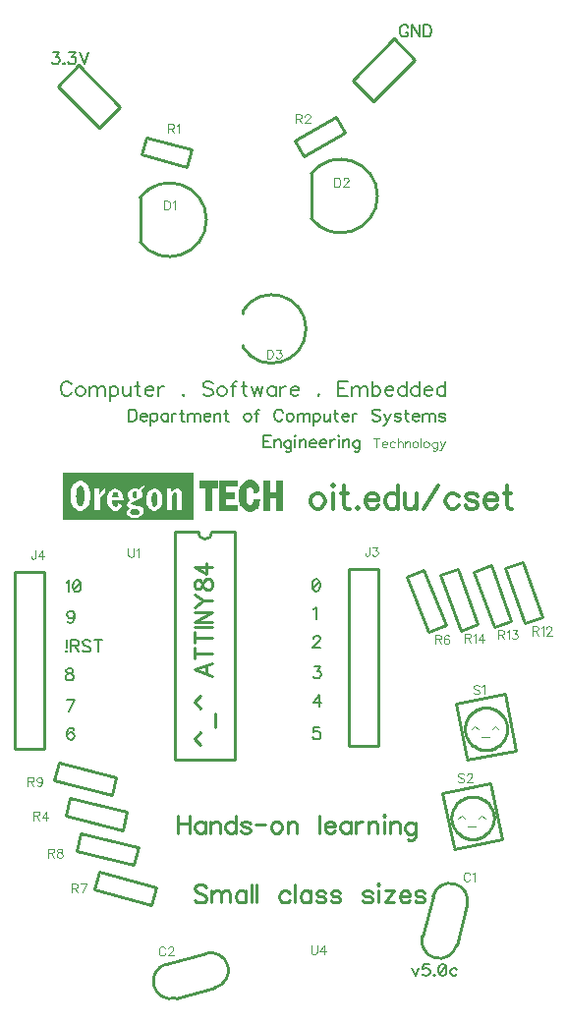
<source format=gbr>
G04 DipTrace 3.0.0.2*
G04 TopSilk.gbr*
%MOMM*%
G04 #@! TF.FileFunction,Legend,Top*
G04 #@! TF.Part,Single*
%ADD10C,0.25*%
%ADD12C,0.0762*%
%ADD81C,0.11765*%
%ADD82C,0.19608*%
%ADD83C,0.15686*%
%ADD84C,0.23529*%
%ADD85C,0.31373*%
%FSLAX35Y35*%
G04*
G71*
G90*
G75*
G01*
G04 TopSilk*
%LPD*%
X4807931Y2202435D2*
D10*
X4715972Y1859246D1*
X5102381Y2123527D2*
X5010422Y1780338D1*
X4715972Y1859246D2*
G03X5010422Y1780338I147175J-39640D01*
G01*
X5102381Y2123527D2*
G03X4807931Y2202435I-147175J39640D01*
G01*
X2589706Y1325172D2*
X2932895Y1417131D1*
X2510798Y1619622D2*
X2853987Y1711581D1*
X2932895Y1417131D2*
G03X2853987Y1711581I-39268J147275D01*
G01*
X2510798Y1619622D2*
G03X2589706Y1325172I39268J-147275D01*
G01*
X2284340Y7841141D2*
Y8221825D1*
X2284912Y7840379D2*
G03X2284912Y8222587I253481J191104D01*
G01*
X3758253Y8045458D2*
Y8426142D1*
X3758825Y8044696D2*
G03X3758825Y8426904I253481J191104D01*
G01*
X3168900Y7245793D2*
Y7225733D1*
Y6955513D2*
Y6935453D1*
Y7245793D2*
G02X3713900Y7090623I250574J-154597D01*
G01*
X3168900Y6935453D2*
G03X3713900Y7090623I250574J154597D01*
G01*
X1933451Y8823858D2*
X2113038Y9003446D1*
X1574222Y9183087D2*
X1933451Y8823858D1*
X1574222Y9183087D2*
X1753809Y9362675D1*
X2113038Y9003446D1*
X4112662Y9232476D2*
X4292249Y9052888D1*
X4471891Y9591705D2*
X4112662Y9232476D1*
X4471891Y9591705D2*
X4651478Y9412117D1*
X4292249Y9052888D1*
X4335658Y5025204D2*
X4081653D1*
Y3501343D1*
X4335658D1*
Y5025204D1*
X1459888Y5000227D2*
X1205883D1*
Y3476366D1*
X1459888D1*
Y5000227D1*
X2688622Y8487333D2*
X2728062Y8634529D1*
X2295338Y8592704D2*
X2688622Y8487333D1*
X2295338Y8592704D2*
X2334778Y8739900D1*
X2728062Y8634529D1*
X3618266Y8712509D2*
X3694518Y8580531D1*
X3970882Y8916116D2*
X3618266Y8712509D1*
X3970882Y8916116D2*
X4047134Y8784137D1*
X3694518Y8580531D1*
X1679643Y3048777D2*
X2171967Y2927345D1*
X2134499Y2773111D2*
X2172422Y2927266D1*
X1641720Y2894662D2*
X2134043Y2773230D1*
X1641264Y2894741D2*
X1679188Y3048895D1*
X4770646Y4482172D2*
X4580632Y4952309D1*
X4727621Y5012280D2*
X4580419Y4952746D1*
X4917794Y4541705D2*
X4727781Y5011842D1*
X4918008Y4541267D2*
X4770806Y4481734D1*
X2382174Y2127464D2*
X1893658Y2263620D1*
X1935847Y2416657D2*
X1893205Y2263747D1*
X2424816Y2280374D2*
X1936299Y2416529D1*
X2425268Y2280246D2*
X2382626Y2127337D1*
X1773795Y2743977D2*
X2266694Y2624750D1*
X2229761Y2470346D2*
X2267150Y2624633D1*
X1736406Y2589690D2*
X2229305Y2470463D1*
X1735950Y2589807D2*
X1773339Y2744094D1*
X1585304Y3352708D2*
X2077282Y3229687D1*
X2039157Y3075592D2*
X2077737Y3229568D1*
X1546725Y3198733D2*
X2038702Y3075712D1*
X1546269Y3198852D2*
X1584849Y3352828D1*
X5601894Y4554612D2*
X5428431Y5031119D1*
X5577449Y5085811D2*
X5428281Y5031562D1*
X5751062Y4608861D2*
X5577599Y5085368D1*
X5751212Y4608418D2*
X5602044Y4554169D1*
X5332047Y4522865D2*
X5158584Y4999372D1*
X5307603Y5054064D2*
X5158434Y4999815D1*
X5481216Y4577114D2*
X5307753Y5053622D1*
X5481366Y4576671D2*
X5332197Y4522422D1*
X5046327Y4491118D2*
X4872864Y4967626D1*
X5021883Y5022318D2*
X4872714Y4968069D1*
X5195496Y4545368D2*
X5022033Y5021875D1*
X5195646Y4544925D2*
X5046477Y4490676D1*
X5005071Y3862391D2*
X5094819Y3394705D1*
X5097831Y3379070D2*
X5518749Y3459866D1*
X5425989Y3943187D1*
X5005071Y3862391D2*
X5425989Y3943187D1*
X5082327Y3645529D2*
X5082771Y3658262D1*
X5084103Y3670933D1*
X5086316Y3683481D1*
X5089398Y3695843D1*
X5093336Y3707960D1*
X5098109Y3719773D1*
X5103695Y3731225D1*
X5110066Y3742259D1*
X5117191Y3752821D1*
X5125036Y3762861D1*
X5133562Y3772330D1*
X5142727Y3781180D1*
X5152488Y3789370D1*
X5162797Y3796859D1*
X5173602Y3803610D1*
X5184853Y3809592D1*
X5196493Y3814774D1*
X5208466Y3819132D1*
X5220715Y3822643D1*
X5233178Y3825292D1*
X5245796Y3827066D1*
X5258507Y3827954D1*
X5271249D1*
X5283960Y3827066D1*
X5296578Y3825292D1*
X5309041Y3822643D1*
X5321289Y3819132D1*
X5333263Y3814774D1*
X5344903Y3809592D1*
X5356154Y3803610D1*
X5366959Y3796859D1*
X5377268Y3789370D1*
X5387029Y3781180D1*
X5396194Y3772330D1*
X5404720Y3762861D1*
X5412565Y3752821D1*
X5419690Y3742259D1*
X5426061Y3731225D1*
X5431647Y3719773D1*
X5436420Y3707960D1*
X5440358Y3695843D1*
X5443440Y3683481D1*
X5445653Y3670933D1*
X5446985Y3658262D1*
X5447429Y3645529D1*
X5446985Y3632796D1*
X5445653Y3620125D1*
X5443440Y3607578D1*
X5440358Y3595215D1*
X5436420Y3583098D1*
X5431647Y3571285D1*
X5426061Y3559834D1*
X5419690Y3548800D1*
X5412565Y3538237D1*
X5404720Y3528197D1*
X5396194Y3518729D1*
X5387029Y3509878D1*
X5377268Y3501689D1*
X5366959Y3494200D1*
X5356154Y3487448D1*
X5344903Y3481467D1*
X5333263Y3476284D1*
X5321289Y3471927D1*
X5309041Y3468415D1*
X5296578Y3465766D1*
X5283960Y3463993D1*
X5271249Y3463104D1*
X5258507D1*
X5245796Y3463993D1*
X5233178Y3465766D1*
X5220715Y3468415D1*
X5208466Y3471927D1*
X5196493Y3476284D1*
X5184853Y3481467D1*
X5173602Y3487448D1*
X5162797Y3494200D1*
X5152488Y3501689D1*
X5142727Y3509878D1*
X5133562Y3518729D1*
X5125036Y3528197D1*
X5117191Y3538237D1*
X5110066Y3548800D1*
X5103695Y3559834D1*
X5098109Y3571285D1*
X5093336Y3583098D1*
X5089398Y3595215D1*
X5086316Y3607578D1*
X5084103Y3620125D1*
X5082771Y3632796D1*
X5082327Y3645529D1*
X4885724Y3089696D2*
X4984601Y2623784D1*
X4987905Y2608264D2*
X5407170Y2697248D1*
X5305078Y3178681D1*
X4885724Y3089696D2*
X5305078Y3178681D1*
X4967183Y2877952D2*
X4967628Y2890686D1*
X4968960Y2903358D1*
X4971173Y2915906D1*
X4974256Y2928270D1*
X4978194Y2940388D1*
X4982967Y2952202D1*
X4988553Y2963654D1*
X4994925Y2974689D1*
X5002051Y2985253D1*
X5009896Y2995293D1*
X5018423Y3004762D1*
X5027590Y3013614D1*
X5037352Y3021804D1*
X5047661Y3029293D1*
X5058468Y3036046D1*
X5069719Y3042028D1*
X5081361Y3047210D1*
X5093335Y3051568D1*
X5105585Y3055080D1*
X5118049Y3057729D1*
X5130668Y3059503D1*
X5143381Y3060392D1*
X5156124D1*
X5168836Y3059503D1*
X5181455Y3057729D1*
X5193919Y3055080D1*
X5206169Y3051568D1*
X5218144Y3047210D1*
X5229785Y3042028D1*
X5241036Y3036046D1*
X5251843Y3029293D1*
X5262153Y3021804D1*
X5271914Y3013614D1*
X5281081Y3004762D1*
X5289608Y2995293D1*
X5297453Y2985253D1*
X5304579Y2974689D1*
X5310951Y2963654D1*
X5316537Y2952202D1*
X5321311Y2940388D1*
X5325248Y2928270D1*
X5328331Y2915906D1*
X5330544Y2903358D1*
X5331876Y2890686D1*
X5332321Y2877952D1*
X5331876Y2865218D1*
X5330544Y2852546D1*
X5328331Y2839997D1*
X5325248Y2827634D1*
X5321311Y2815516D1*
X5316537Y2803702D1*
X5310951Y2792249D1*
X5304579Y2781214D1*
X5297453Y2770651D1*
X5289608Y2760610D1*
X5281081Y2751141D1*
X5271914Y2742290D1*
X5262153Y2734099D1*
X5251843Y2726610D1*
X5241036Y2719858D1*
X5229785Y2713876D1*
X5218144Y2708693D1*
X5206169Y2704335D1*
X5193919Y2700823D1*
X5181455Y2698174D1*
X5168836Y2696401D1*
X5156124Y2695512D1*
X5143381D1*
X5130668Y2696401D1*
X5118049Y2698174D1*
X5105585Y2700823D1*
X5093335Y2704335D1*
X5081361Y2708693D1*
X5069719Y2713876D1*
X5058468Y2719858D1*
X5047661Y2726610D1*
X5037352Y2734099D1*
X5027590Y2742290D1*
X5018423Y2751141D1*
X5009896Y2760610D1*
X5002051Y2770651D1*
X4994925Y2781214D1*
X4988553Y2792249D1*
X4982967Y2803702D1*
X4978194Y2815516D1*
X4974256Y2827634D1*
X4971173Y2839997D1*
X4968960Y2852546D1*
X4967628Y2865218D1*
X4967183Y2877952D1*
X3104571Y5340747D2*
Y3380747D1*
X2584549D2*
X3104571D1*
X2584549Y5340747D2*
Y3380747D1*
Y5340747D2*
X2784550D1*
X3104571D2*
X2904570D1*
X2784550D2*
G03X2904570Y5340747I60010J34D01*
G01*
X1616587Y5850863D2*
D12*
X2736727D1*
X1616587Y5843243D2*
X2736727D1*
X1616587Y5835623D2*
X2736727D1*
X1616587Y5828003D2*
X2736727D1*
X1616587Y5820383D2*
X2736727D1*
X1616587Y5812763D2*
X2736727D1*
X1616587Y5805143D2*
X2736727D1*
X1616587Y5797523D2*
X2736727D1*
X1616587Y5789903D2*
X2736727D1*
X3216787D2*
X3239647D1*
X1616587Y5782283D2*
X1738856D1*
X1791236D2*
X2736727D1*
X2797687D2*
X2950087D1*
X2965327D2*
X3117727D1*
X3199527D2*
X3256877D1*
X3346327D2*
X3399667D1*
X3453007D2*
X3506347D1*
X1616587Y5774663D2*
X1725159D1*
X1804225D2*
X2736727D1*
X2797687D2*
X2950087D1*
X2965327D2*
X3117727D1*
X3185262D2*
X3270874D1*
X3346327D2*
X3399667D1*
X3453007D2*
X3506347D1*
X1616587Y5767043D2*
X1713985D1*
X1814544D2*
X2736727D1*
X2797687D2*
X2950087D1*
X2965327D2*
X3117727D1*
X3174012D2*
X3281152D1*
X3346327D2*
X3399667D1*
X3453007D2*
X3506347D1*
X1616587Y5759423D2*
X1705648D1*
X1822752D2*
X2736727D1*
X2797687D2*
X2950087D1*
X2965327D2*
X3117727D1*
X3164931D2*
X3288378D1*
X3346327D2*
X3399667D1*
X3453007D2*
X3506347D1*
X1616587Y5751803D2*
X1699035D1*
X1829989D2*
X2736727D1*
X2797687D2*
X2950087D1*
X2965327D2*
X3117727D1*
X3157578D2*
X3293540D1*
X3346327D2*
X3399667D1*
X3453007D2*
X3506347D1*
X1616587Y5744183D2*
X1693447D1*
X1761367D2*
X1768987D1*
X1836170D2*
X2297472D1*
X2325157D2*
X2736727D1*
X2797687D2*
X2950087D1*
X2965327D2*
X3117727D1*
X3151792D2*
X3297294D1*
X3346327D2*
X3399667D1*
X3453007D2*
X3506347D1*
X1616587Y5736563D2*
X1689145D1*
X1753154D2*
X1777199D1*
X1840617D2*
X2287575D1*
X2324324D2*
X2736727D1*
X2797687D2*
X2950087D1*
X2965327D2*
X3018667D1*
X3147288D2*
X3219492D1*
X3239356D2*
X3300238D1*
X3346327D2*
X3399667D1*
X3453007D2*
X3506347D1*
X1616587Y5728943D2*
X1685845D1*
X1746888D2*
X1783465D1*
X1843404D2*
X2280565D1*
X2322359D2*
X2736727D1*
X2843407D2*
X2896747D1*
X2965327D2*
X3018667D1*
X3144023D2*
X3209602D1*
X3245970D2*
X3303021D1*
X3346327D2*
X3399667D1*
X3453007D2*
X3506347D1*
X1616587Y5721323D2*
X1682881D1*
X1742700D2*
X1787653D1*
X1845595D2*
X2275704D1*
X2315001D2*
X2736727D1*
X2843407D2*
X2896747D1*
X2965327D2*
X3018667D1*
X3141876D2*
X3202672D1*
X3251466D2*
X3305391D1*
X3346327D2*
X3399667D1*
X3453007D2*
X3506347D1*
X1616587Y5713703D2*
X1680432D1*
X1740383D2*
X1790000D1*
X1847948D2*
X1883287D1*
X1929007D2*
X1962192D1*
X1982347D2*
X2043656D1*
X2085114D2*
X2204854D1*
X2264287D2*
X2271907D1*
X2307116D2*
X2381612D1*
X2430399D2*
X2508127D1*
X2553847D2*
X2579508D1*
X2619722D2*
X2736727D1*
X2843407D2*
X2896747D1*
X2965327D2*
X3018667D1*
X3139980D2*
X3197478D1*
X3255863D2*
X3306797D1*
X3346327D2*
X3399667D1*
X3453007D2*
X3506347D1*
X1616587Y5706083D2*
X1678905D1*
X1739277D2*
X1791374D1*
X1850113D2*
X1883287D1*
X1929007D2*
X1952272D1*
X1982347D2*
X2029959D1*
X2100467D2*
X2193045D1*
X2300290D2*
X2365347D1*
X2442208D2*
X2508127D1*
X2553847D2*
X2569616D1*
X2629611D2*
X2736727D1*
X2843407D2*
X2896747D1*
X2965327D2*
X3018667D1*
X3137751D2*
X3195652D1*
X3259061D2*
X3307468D1*
X3346327D2*
X3399667D1*
X3453007D2*
X3506347D1*
X1616587Y5698463D2*
X1678124D1*
X1738773D2*
X1792819D1*
X1851520D2*
X1883287D1*
X1929007D2*
X1945050D1*
X1982257D2*
X2018815D1*
X2112043D2*
X2183874D1*
X2297850D2*
X2353624D1*
X2451379D2*
X2508127D1*
X2553847D2*
X2561467D1*
X2636542D2*
X2736727D1*
X2843407D2*
X2896747D1*
X2965327D2*
X3018667D1*
X3135634D2*
X3194662D1*
X3260933D2*
X3305049D1*
X3346327D2*
X3399667D1*
X3453007D2*
X3506347D1*
X1616587Y5690843D2*
X1677774D1*
X1738317D2*
X1794832D1*
X1852255D2*
X1883287D1*
X1929007D2*
X1939420D1*
X1981424D2*
X2010745D1*
X2120635D2*
X2177139D1*
X2226187D2*
X2249047D1*
X2299069D2*
X2345651D1*
X2458144D2*
X2508127D1*
X2641735D2*
X2736727D1*
X2843407D2*
X2896747D1*
X2965327D2*
X3018667D1*
X3134244D2*
X3194215D1*
X3261899D2*
X3296225D1*
X3346327D2*
X3399667D1*
X3453007D2*
X3506347D1*
X1616587Y5683223D2*
X1677631D1*
X1737276D2*
X1796856D1*
X1852588D2*
X1883287D1*
X1929007D2*
X1934261D1*
X1979459D2*
X2005074D1*
X2050927D2*
X2081407D1*
X2126724D2*
X2172207D1*
X2222669D2*
X2249047D1*
X2301470D2*
X2340183D1*
X2393827D2*
X2416687D1*
X2463344D2*
X2508127D1*
X2576707D2*
X2584327D1*
X2643562D2*
X2736727D1*
X2843407D2*
X2896747D1*
X2965327D2*
X3094867D1*
X3133515D2*
X3194033D1*
X3262507D2*
X3285367D1*
X3346327D2*
X3506347D1*
X1616587Y5675603D2*
X1677577D1*
X1735426D2*
X1798210D1*
X1852725D2*
X1883287D1*
X1929007D2*
D3*
X1971811D2*
X2001072D1*
X2049749D2*
X2084924D1*
X2130731D2*
X2168826D1*
X2220481D2*
X2249047D1*
X2304356D2*
X2336559D1*
X2390309D2*
X2417864D1*
X2467726D2*
X2508127D1*
X2569672D2*
X2588992D1*
X2644551D2*
X2736727D1*
X2843407D2*
X2896747D1*
X2965327D2*
X3094867D1*
X3133184D2*
X3193964D1*
X3346327D2*
X3506347D1*
X1616587Y5667983D2*
X1677557D1*
X1733493D2*
X1798926D1*
X1852778D2*
X1883287D1*
X1962920D2*
X1998022D1*
X2047858D2*
X2087113D1*
X2132946D2*
X2167148D1*
X2219403D2*
X2249047D1*
X2306653D2*
X2334534D1*
X2388121D2*
X2419753D1*
X2471497D2*
X2508127D1*
X2564462D2*
X2592802D1*
X2644998D2*
X2736727D1*
X2843407D2*
X2896747D1*
X2965327D2*
X3094867D1*
X3133048D2*
X3193939D1*
X3346327D2*
X3506347D1*
X1616587Y5660363D2*
X1677550D1*
X1732429D2*
X1799252D1*
X1852797D2*
X1883287D1*
X1955066D2*
X1995196D1*
X2045866D2*
X2088222D1*
X2134035D2*
X2167200D1*
X2219202D2*
X2249047D1*
X2307948D2*
X2333556D1*
X2386983D2*
X2421726D1*
X2474399D2*
X2508127D1*
X2562872D2*
X2595706D1*
X2645180D2*
X2736727D1*
X2843407D2*
X2896747D1*
X2965327D2*
X3094867D1*
X3132996D2*
X3193931D1*
X3346327D2*
X3506347D1*
X1616587Y5652743D2*
X1677548D1*
X1732693D2*
X1799356D1*
X1852803D2*
X1883287D1*
X1949381D2*
X1992811D1*
X2044416D2*
X2088732D1*
X2134759D2*
X2168910D1*
X2220181D2*
X2249047D1*
X2306144D2*
X2333133D1*
X2386224D2*
X2423061D1*
X2476141D2*
X2508127D1*
X2562045D2*
X2595110D1*
X2645249D2*
X2736727D1*
X2843407D2*
X2896747D1*
X2965327D2*
X3094867D1*
X3132977D2*
X3193928D1*
X3346327D2*
X3506347D1*
X1616587Y5645123D2*
X1677547D1*
X1734194D2*
X1799140D1*
X1852806D2*
X1883287D1*
X1945401D2*
X1991310D1*
X2043307D2*
X2089027D1*
X2135911D2*
X2171937D1*
X2222708D2*
X2249047D1*
X2303135D2*
X2332964D1*
X2385084D2*
X2423769D1*
X2477013D2*
X2508127D1*
X2561687D2*
X2593915D1*
X2645274D2*
X2736727D1*
X2843407D2*
X2896747D1*
X2965327D2*
X3094867D1*
X3132970D2*
X3193927D1*
X3346327D2*
X3506347D1*
X1616587Y5637503D2*
X1677547D1*
X1736014D2*
X1798188D1*
X1852806D2*
X1883287D1*
X1942144D2*
X1990539D1*
X2137805D2*
X2175970D1*
X2226187D2*
X2249047D1*
X2298356D2*
X2332901D1*
X2383452D2*
X2424093D1*
X2477399D2*
X2508127D1*
X2561546D2*
X2592948D1*
X2645282D2*
X2736727D1*
X2843407D2*
X2896747D1*
X2965327D2*
X3094867D1*
X3132998D2*
X3193927D1*
X3346327D2*
X3506347D1*
X1616587Y5629883D2*
X1677547D1*
X1737292D2*
X1796370D1*
X1852777D2*
X1883287D1*
X1939579D2*
X1990192D1*
X2139802D2*
X2180135D1*
X2291782D2*
X2332878D1*
X2382442D2*
X2424227D1*
X2477555D2*
X2508127D1*
X2561494D2*
X2592393D1*
X2645285D2*
X2736727D1*
X2843407D2*
X2896747D1*
X2965327D2*
X3018667D1*
X3133265D2*
X3193927D1*
X3346327D2*
X3399667D1*
X3453007D2*
X3506347D1*
X1616587Y5622263D2*
X1677576D1*
X1737980D2*
X1794418D1*
X1852509D2*
X1883287D1*
X1938008D2*
X1990051D1*
X2141255D2*
X2183524D1*
X2275025D2*
X2332871D1*
X2382929D2*
X2424278D1*
X2477614D2*
X2508127D1*
X2561476D2*
X2592128D1*
X2645286D2*
X2736727D1*
X2843407D2*
X2896747D1*
X2965327D2*
X3018667D1*
X3134236D2*
X3193956D1*
X3262507D2*
X3308227D1*
X3346327D2*
X3399667D1*
X3453007D2*
X3506347D1*
X1616587Y5614643D2*
X1677844D1*
X1738326D2*
X1793060D1*
X1851538D2*
X1883287D1*
X1937212D2*
X1990026D1*
X2043307D2*
X2182675D1*
X2253043D2*
X2332868D1*
X2384173D2*
X2424297D1*
X2477636D2*
X2508127D1*
X2561470D2*
X2592016D1*
X2645287D2*
X2736727D1*
X2843407D2*
X2896747D1*
X2965327D2*
X3018667D1*
X3136060D2*
X3194224D1*
X3261299D2*
X3308197D1*
X3346327D2*
X3399667D1*
X3453007D2*
X3506347D1*
X1616587Y5607023D2*
X1678815D1*
X1738725D2*
X1792086D1*
X1849713D2*
X1883287D1*
X1936857D2*
X1990275D1*
X2043336D2*
X2178145D1*
X2231883D2*
X2332867D1*
X2385177D2*
X2424274D1*
X2477613D2*
X2508127D1*
X2561468D2*
X2591972D1*
X2645287D2*
X2736727D1*
X2843407D2*
X2896747D1*
X2965327D2*
X3018667D1*
X3138044D2*
X3195255D1*
X3259112D2*
X3307929D1*
X3346327D2*
X3399667D1*
X3453007D2*
X3506347D1*
X1616587Y5599403D2*
X1680670D1*
X1739807D2*
X1790732D1*
X1847729D2*
X1883287D1*
X1936712D2*
X1991269D1*
X2043604D2*
X2173013D1*
X2217097D2*
X2332897D1*
X2385750D2*
X2424008D1*
X2477348D2*
X2508127D1*
X2561467D2*
X2591955D1*
X2645287D2*
X2736727D1*
X2843407D2*
X2896747D1*
X2965327D2*
X3018667D1*
X3139641D2*
X3197662D1*
X3255872D2*
X3306958D1*
X3346327D2*
X3399667D1*
X3453007D2*
X3506347D1*
X1616587Y5591783D2*
X1682922D1*
X1742232D2*
X1788192D1*
X1846103D2*
X1883287D1*
X1936657D2*
X1993359D1*
X2044635D2*
X2088967D1*
X2107364D2*
X2167959D1*
X2206355D2*
X2333164D1*
X2386081D2*
X2423008D1*
X2476348D2*
X2508127D1*
X2561467D2*
X2591950D1*
X2645287D2*
X2736727D1*
X2843407D2*
X2896747D1*
X2965327D2*
X3018667D1*
X3141348D2*
X3201990D1*
X3251465D2*
X3305103D1*
X3346327D2*
X3399667D1*
X3453007D2*
X3506347D1*
X1616587Y5584163D2*
X1685490D1*
X1746567D2*
X1783812D1*
X1844127D2*
X1883287D1*
X1936637D2*
X1996313D1*
X2047042D2*
X2088387D1*
X2120992D2*
X2162888D1*
X2232000D2*
X2334165D1*
X2386776D2*
X2420891D1*
X2474255D2*
X2508127D1*
X2561467D2*
X2591948D1*
X2645287D2*
X2736727D1*
X2843407D2*
X2896747D1*
X2965327D2*
X3018667D1*
X3143794D2*
X3208644D1*
X3245844D2*
X3302882D1*
X3346327D2*
X3399667D1*
X3453007D2*
X3506347D1*
X1616587Y5576543D2*
X1689022D1*
X1753223D2*
X1777138D1*
X1840740D2*
X1883287D1*
X1936630D2*
X1999735D1*
X2051370D2*
X2087003D1*
X2131145D2*
X2157607D1*
X2258735D2*
X2336288D1*
X2388217D2*
X2417741D1*
X2471301D2*
X2508127D1*
X2561467D2*
X2591947D1*
X2645287D2*
X2736727D1*
X2843407D2*
X2896747D1*
X2965327D2*
X3117727D1*
X3147150D2*
X3216787D1*
X3239647D2*
X3300581D1*
X3346327D2*
X3399667D1*
X3453007D2*
X3506347D1*
X1616587Y5568923D2*
X1693451D1*
X1761367D2*
X1768987D1*
X1835797D2*
X1883287D1*
X1936628D2*
X2003426D1*
X2058024D2*
X2081064D1*
X2129983D2*
X2162933D1*
X2281325D2*
X2339510D1*
X2394164D2*
X2413692D1*
X2467819D2*
X2508127D1*
X2561467D2*
X2591947D1*
X2645287D2*
X2736727D1*
X2843407D2*
X2896747D1*
X2965327D2*
X3117727D1*
X3151624D2*
X3298048D1*
X3346327D2*
X3399667D1*
X3453007D2*
X3506347D1*
X1616587Y5561303D2*
X1698434D1*
X1830043D2*
X1883287D1*
X1936627D2*
X2007498D1*
X2066167D2*
X2073787D1*
X2127166D2*
X2169449D1*
X2297064D2*
X2343963D1*
X2401447D2*
X2409067D1*
X2463592D2*
X2508127D1*
X2561467D2*
X2591947D1*
X2645287D2*
X2736727D1*
X2843407D2*
X2896747D1*
X2965327D2*
X3117727D1*
X3157427D2*
X3295752D1*
X3346327D2*
X3399667D1*
X3453007D2*
X3506347D1*
X1616587Y5553683D2*
X1704882D1*
X1823500D2*
X1883287D1*
X1936627D2*
X2012826D1*
X2122951D2*
X2178113D1*
X2308377D2*
X2350007D1*
X2457580D2*
X2508127D1*
X2561467D2*
X2591947D1*
X2645287D2*
X2736727D1*
X2843407D2*
X2896747D1*
X2965327D2*
X3117727D1*
X3164461D2*
X3294170D1*
X3346327D2*
X3399667D1*
X3453007D2*
X3506347D1*
X1616587Y5546063D2*
X1714039D1*
X1814994D2*
X1883287D1*
X1936627D2*
X2020670D1*
X2113455D2*
X2188087D1*
X2312907D2*
X2357883D1*
X2448632D2*
X2508127D1*
X2561467D2*
X2591947D1*
X2645287D2*
X2736727D1*
X2843407D2*
X2896747D1*
X2965327D2*
X3117727D1*
X3173237D2*
X3277747D1*
X3346327D2*
X3399667D1*
X3453007D2*
X3506347D1*
X1616587Y5538443D2*
X1725710D1*
X1804025D2*
X1883287D1*
X1936627D2*
X2031319D1*
X2101782D2*
X2178182D1*
X2210947D2*
X2249047D1*
X2315518D2*
X2367689D1*
X2437052D2*
X2508127D1*
X2561467D2*
X2591947D1*
X2645287D2*
X2736727D1*
X2843407D2*
X2896747D1*
X2965327D2*
X3117727D1*
X3184940D2*
X3268197D1*
X3346327D2*
X3399667D1*
X3453007D2*
X3506347D1*
X1616587Y5530823D2*
X1738507D1*
X1791847D2*
X2043307D1*
X2089027D2*
X2169568D1*
X2206000D2*
X2259569D1*
X2316766D2*
X2378587D1*
X2424307D2*
X2736727D1*
X2843407D2*
X2896747D1*
X2965327D2*
X3117727D1*
X3199975D2*
X3254994D1*
X3346327D2*
X3399667D1*
X3453007D2*
X3506347D1*
X1616587Y5523203D2*
X2162616D1*
X2200971D2*
X2267295D1*
X2317268D2*
X2736727D1*
X3216787D2*
X3239647D1*
X1616587Y5515583D2*
X2160064D1*
X2195707D2*
X2269220D1*
X2317180D2*
X2736727D1*
X1616587Y5507963D2*
X2158966D1*
X2203327D2*
X2267226D1*
X2315989D2*
X2736727D1*
X1616587Y5500343D2*
X2158898D1*
X2210947D2*
X2264287D1*
X2313647D2*
X2736727D1*
X1616587Y5492723D2*
X2161901D1*
X2307441D2*
X2736727D1*
X1616587Y5485103D2*
X2170087D1*
X2298567D2*
X2736727D1*
X1616587Y5477483D2*
X2181801D1*
X2286258D2*
X2736727D1*
X1616587Y5469863D2*
X2195707D1*
X2271907D2*
X2736727D1*
X1616587Y5462243D2*
X2736727D1*
X1616587Y5454623D2*
X2736727D1*
X1616587Y5850863D2*
Y5843243D1*
Y5835623D1*
Y5828003D1*
Y5820383D1*
Y5812763D1*
Y5805143D1*
Y5797523D1*
Y5789903D1*
Y5782283D1*
Y5774663D1*
Y5767043D1*
Y5759423D1*
Y5751803D1*
Y5744183D1*
Y5736563D1*
Y5728943D1*
Y5721323D1*
Y5713703D1*
Y5706083D1*
Y5698463D1*
Y5690843D1*
Y5683223D1*
Y5675603D1*
Y5667983D1*
Y5660363D1*
Y5652743D1*
Y5645123D1*
Y5637503D1*
Y5629883D1*
Y5622263D1*
Y5614643D1*
Y5607023D1*
Y5599403D1*
Y5591783D1*
Y5584163D1*
Y5576543D1*
Y5568923D1*
Y5561303D1*
Y5553683D1*
Y5546063D1*
Y5538443D1*
Y5530823D1*
Y5523203D1*
Y5515583D1*
Y5507963D1*
Y5500343D1*
Y5492723D1*
Y5485103D1*
Y5477483D1*
Y5469863D1*
Y5462243D1*
Y5454623D1*
X2736727Y5850863D2*
Y5843243D1*
Y5835623D1*
Y5828003D1*
Y5820383D1*
Y5812763D1*
Y5805143D1*
Y5797523D1*
Y5789903D1*
Y5782283D1*
Y5774663D1*
Y5767043D1*
Y5759423D1*
Y5751803D1*
Y5744183D1*
Y5736563D1*
Y5728943D1*
Y5721323D1*
Y5713703D1*
Y5706083D1*
Y5698463D1*
Y5690843D1*
Y5683223D1*
Y5675603D1*
Y5667983D1*
Y5660363D1*
Y5652743D1*
Y5645123D1*
Y5637503D1*
Y5629883D1*
Y5622263D1*
Y5614643D1*
Y5607023D1*
Y5599403D1*
Y5591783D1*
Y5584163D1*
Y5576543D1*
Y5568923D1*
Y5561303D1*
Y5553683D1*
Y5546063D1*
Y5538443D1*
Y5530823D1*
Y5523203D1*
Y5515583D1*
Y5507963D1*
Y5500343D1*
Y5492723D1*
Y5485103D1*
Y5477483D1*
Y5469863D1*
Y5462243D1*
Y5454623D1*
X3216787Y5789903D2*
X3199527Y5782283D1*
X3185262Y5774663D1*
X3174012Y5767043D1*
X3164931Y5759423D1*
X3157578Y5751803D1*
X3151792Y5744183D1*
X3147288Y5736563D1*
X3144023Y5728943D1*
X3141876Y5721323D1*
X3139980Y5713703D1*
X3137751Y5706083D1*
X3135634Y5698463D1*
X3134244Y5690843D1*
X3133515Y5683223D1*
X3133184Y5675603D1*
X3133048Y5667983D1*
X3132996Y5660363D1*
X3132977Y5652743D1*
X3132970Y5645123D1*
X3132998Y5637503D1*
X3133265Y5629883D1*
X3134236Y5622263D1*
X3136060Y5614643D1*
X3138044Y5607023D1*
X3139641Y5599403D1*
X3141348Y5591783D1*
X3143794Y5584163D1*
X3147150Y5576543D1*
X3151624Y5568923D1*
X3157427Y5561303D1*
X3164461Y5553683D1*
X3173237Y5546063D1*
X3184940Y5538443D1*
X3199975Y5530823D1*
X3216787Y5523203D1*
X3239647Y5789903D2*
X3256877Y5782283D1*
X3270874Y5774663D1*
X3281152Y5767043D1*
X3288378Y5759423D1*
X3293540Y5751803D1*
X3297294Y5744183D1*
X3300238Y5736563D1*
X3303021Y5728943D1*
X3305391Y5721323D1*
X3306797Y5713703D1*
X3307468Y5706083D1*
X3305049Y5698463D1*
X3296225Y5690843D1*
X3285367Y5683223D1*
X1753747Y5789903D2*
X1738856Y5782283D1*
X1725159Y5774663D1*
X1713985Y5767043D1*
X1705648Y5759423D1*
X1699035Y5751803D1*
X1693447Y5744183D1*
X1689145Y5736563D1*
X1685845Y5728943D1*
X1682881Y5721323D1*
X1680432Y5713703D1*
X1678905Y5706083D1*
X1678124Y5698463D1*
X1677774Y5690843D1*
X1677631Y5683223D1*
X1677577Y5675603D1*
X1677557Y5667983D1*
X1677550Y5660363D1*
X1677548Y5652743D1*
X1677547Y5645123D1*
Y5637503D1*
Y5629883D1*
X1677576Y5622263D1*
X1677844Y5614643D1*
X1678815Y5607023D1*
X1680670Y5599403D1*
X1682922Y5591783D1*
X1685490Y5584163D1*
X1689022Y5576543D1*
X1693451Y5568923D1*
X1698434Y5561303D1*
X1704882Y5553683D1*
X1714039Y5546063D1*
X1725710Y5538443D1*
X1738507Y5530823D1*
X1776607Y5789903D2*
X1791236Y5782283D1*
X1804225Y5774663D1*
X1814544Y5767043D1*
X1822752Y5759423D1*
X1829989Y5751803D1*
X1836170Y5744183D1*
X1840617Y5736563D1*
X1843404Y5728943D1*
X1845595Y5721323D1*
X1847948Y5713703D1*
X1850113Y5706083D1*
X1851520Y5698463D1*
X1852255Y5690843D1*
X1852588Y5683223D1*
X1852725Y5675603D1*
X1852778Y5667983D1*
X1852797Y5660363D1*
X1852803Y5652743D1*
X1852806Y5645123D1*
Y5637503D1*
X1852777Y5629883D1*
X1852509Y5622263D1*
X1851538Y5614643D1*
X1849713Y5607023D1*
X1847729Y5599403D1*
X1846103Y5591783D1*
X1844127Y5584163D1*
X1840740Y5576543D1*
X1835797Y5568923D1*
X1830043Y5561303D1*
X1823500Y5553683D1*
X1814994Y5546063D1*
X1804025Y5538443D1*
X1791847Y5530823D1*
X2797687Y5782283D2*
Y5774663D1*
Y5767043D1*
Y5759423D1*
Y5751803D1*
Y5744183D1*
Y5736563D1*
Y5728943D1*
X2843407D1*
Y5721323D1*
Y5713703D1*
Y5706083D1*
Y5698463D1*
Y5690843D1*
Y5683223D1*
Y5675603D1*
Y5667983D1*
Y5660363D1*
Y5652743D1*
Y5645123D1*
Y5637503D1*
Y5629883D1*
Y5622263D1*
Y5614643D1*
Y5607023D1*
Y5599403D1*
Y5591783D1*
Y5584163D1*
Y5576543D1*
Y5568923D1*
Y5561303D1*
Y5553683D1*
Y5546063D1*
Y5538443D1*
Y5530823D1*
X2950087Y5782283D2*
Y5774663D1*
Y5767043D1*
Y5759423D1*
Y5751803D1*
Y5744183D1*
Y5736563D1*
Y5728943D1*
X2896747D1*
Y5721323D1*
Y5713703D1*
Y5706083D1*
Y5698463D1*
Y5690843D1*
Y5683223D1*
Y5675603D1*
Y5667983D1*
Y5660363D1*
Y5652743D1*
Y5645123D1*
Y5637503D1*
Y5629883D1*
Y5622263D1*
Y5614643D1*
Y5607023D1*
Y5599403D1*
Y5591783D1*
Y5584163D1*
Y5576543D1*
Y5568923D1*
Y5561303D1*
Y5553683D1*
Y5546063D1*
Y5538443D1*
Y5530823D1*
X2965327Y5782283D2*
Y5774663D1*
Y5767043D1*
Y5759423D1*
Y5751803D1*
Y5744183D1*
Y5736563D1*
Y5728943D1*
Y5721323D1*
Y5713703D1*
Y5706083D1*
Y5698463D1*
Y5690843D1*
Y5683223D1*
Y5675603D1*
Y5667983D1*
Y5660363D1*
Y5652743D1*
Y5645123D1*
Y5637503D1*
Y5629883D1*
Y5622263D1*
Y5614643D1*
Y5607023D1*
Y5599403D1*
Y5591783D1*
Y5584163D1*
Y5576543D1*
Y5568923D1*
Y5561303D1*
Y5553683D1*
Y5546063D1*
Y5538443D1*
Y5530823D1*
X3117727Y5782283D2*
Y5774663D1*
Y5767043D1*
Y5759423D1*
Y5751803D1*
Y5744183D1*
X3346327Y5782283D2*
Y5774663D1*
Y5767043D1*
Y5759423D1*
Y5751803D1*
Y5744183D1*
Y5736563D1*
Y5728943D1*
Y5721323D1*
Y5713703D1*
Y5706083D1*
Y5698463D1*
Y5690843D1*
Y5683223D1*
Y5675603D1*
Y5667983D1*
Y5660363D1*
Y5652743D1*
Y5645123D1*
Y5637503D1*
Y5629883D1*
Y5622263D1*
Y5614643D1*
Y5607023D1*
Y5599403D1*
Y5591783D1*
Y5584163D1*
Y5576543D1*
Y5568923D1*
Y5561303D1*
Y5553683D1*
Y5546063D1*
Y5538443D1*
Y5530823D1*
X3399667Y5782283D2*
Y5774663D1*
Y5767043D1*
Y5759423D1*
Y5751803D1*
Y5744183D1*
Y5736563D1*
Y5728943D1*
Y5721323D1*
Y5713703D1*
Y5706083D1*
Y5698463D1*
Y5690843D1*
X3453007Y5782283D2*
Y5774663D1*
Y5767043D1*
Y5759423D1*
Y5751803D1*
Y5744183D1*
Y5736563D1*
Y5728943D1*
Y5721323D1*
Y5713703D1*
Y5706083D1*
Y5698463D1*
Y5690843D1*
X3506347Y5782283D2*
Y5774663D1*
Y5767043D1*
Y5759423D1*
Y5751803D1*
Y5744183D1*
Y5736563D1*
Y5728943D1*
Y5721323D1*
Y5713703D1*
Y5706083D1*
Y5698463D1*
Y5690843D1*
Y5683223D1*
Y5675603D1*
Y5667983D1*
Y5660363D1*
Y5652743D1*
Y5645123D1*
Y5637503D1*
Y5629883D1*
Y5622263D1*
Y5614643D1*
Y5607023D1*
Y5599403D1*
Y5591783D1*
Y5584163D1*
Y5576543D1*
Y5568923D1*
Y5561303D1*
Y5553683D1*
Y5546063D1*
Y5538443D1*
Y5530823D1*
X1761367Y5744183D2*
X1753154Y5736563D1*
X1746888Y5728943D1*
X1742700Y5721323D1*
X1740383Y5713703D1*
X1739277Y5706083D1*
X1738773Y5698463D1*
X1738317Y5690843D1*
X1737276Y5683223D1*
X1735426Y5675603D1*
X1733493Y5667983D1*
X1732429Y5660363D1*
X1732693Y5652743D1*
X1734194Y5645123D1*
X1736014Y5637503D1*
X1737292Y5629883D1*
X1737980Y5622263D1*
X1738326Y5614643D1*
X1738725Y5607023D1*
X1739807Y5599403D1*
X1742232Y5591783D1*
X1746567Y5584163D1*
X1753223Y5576543D1*
X1761367Y5568923D1*
X1768987Y5744183D2*
X1777199Y5736563D1*
X1783465Y5728943D1*
X1787653Y5721323D1*
X1790000Y5713703D1*
X1791374Y5706083D1*
X1792819Y5698463D1*
X1794832Y5690843D1*
X1796856Y5683223D1*
X1798210Y5675603D1*
X1798926Y5667983D1*
X1799252Y5660363D1*
X1799356Y5652743D1*
X1799140Y5645123D1*
X1798188Y5637503D1*
X1796370Y5629883D1*
X1794418Y5622263D1*
X1793060Y5614643D1*
X1792086Y5607023D1*
X1790732Y5599403D1*
X1788192Y5591783D1*
X1783812Y5584163D1*
X1777138Y5576543D1*
X1768987Y5568923D1*
X2310007Y5751803D2*
X2297472Y5744183D1*
X2287575Y5736563D1*
X2280565Y5728943D1*
X2275704Y5721323D1*
X2271907Y5713703D1*
X2325247Y5751803D2*
X2325157Y5744183D1*
X2324324Y5736563D1*
X2322359Y5728943D1*
X2315001Y5721323D1*
X2307116Y5713703D1*
X2300290Y5706083D1*
X2297850Y5698463D1*
X2299069Y5690843D1*
X2301470Y5683223D1*
X2304356Y5675603D1*
X2306653Y5667983D1*
X2307948Y5660363D1*
X2306144Y5652743D1*
X2303135Y5645123D1*
X2298356Y5637503D1*
X2291782Y5629883D1*
X2275025Y5622263D1*
X2253043Y5614643D1*
X2231883Y5607023D1*
X2217097Y5599403D1*
X2206355Y5591783D1*
X2232000Y5584163D1*
X2258735Y5576543D1*
X2281325Y5568923D1*
X2297064Y5561303D1*
X2308377Y5553683D1*
X2312907Y5546063D1*
X2315518Y5538443D1*
X2316766Y5530823D1*
X2317268Y5523203D1*
X2317180Y5515583D1*
X2315989Y5507963D1*
X2313647Y5500343D1*
X2307441Y5492723D1*
X2298567Y5485103D1*
X2286258Y5477483D1*
X2271907Y5469863D1*
X3018667Y5744183D2*
Y5736563D1*
Y5728943D1*
Y5721323D1*
Y5713703D1*
Y5706083D1*
Y5698463D1*
Y5690843D1*
Y5683223D1*
X3094867D1*
Y5675603D1*
Y5667983D1*
Y5660363D1*
Y5652743D1*
Y5645123D1*
Y5637503D1*
Y5629883D1*
X3018667D1*
Y5622263D1*
Y5614643D1*
Y5607023D1*
Y5599403D1*
Y5591783D1*
Y5584163D1*
Y5576543D1*
X3232027Y5744183D2*
X3219492Y5736563D1*
X3209602Y5728943D1*
X3202672Y5721323D1*
X3197478Y5713703D1*
X3195652Y5706083D1*
X3194662Y5698463D1*
X3194215Y5690843D1*
X3194033Y5683223D1*
X3193964Y5675603D1*
X3193939Y5667983D1*
X3193931Y5660363D1*
X3193928Y5652743D1*
X3193927Y5645123D1*
Y5637503D1*
Y5629883D1*
X3193956Y5622263D1*
X3194224Y5614643D1*
X3195255Y5607023D1*
X3197662Y5599403D1*
X3201990Y5591783D1*
X3208644Y5584163D1*
X3216787Y5576543D1*
X3232027Y5744183D2*
X3239356Y5736563D1*
X3245970Y5728943D1*
X3251466Y5721323D1*
X3255863Y5713703D1*
X3259061Y5706083D1*
X3260933Y5698463D1*
X3261899Y5690843D1*
X3262507Y5683223D1*
X1883287Y5721323D2*
Y5713703D1*
Y5706083D1*
Y5698463D1*
Y5690843D1*
Y5683223D1*
Y5675603D1*
Y5667983D1*
Y5660363D1*
Y5652743D1*
Y5645123D1*
Y5637503D1*
Y5629883D1*
Y5622263D1*
Y5614643D1*
Y5607023D1*
Y5599403D1*
Y5591783D1*
Y5584163D1*
Y5576543D1*
Y5568923D1*
Y5561303D1*
Y5553683D1*
Y5546063D1*
Y5538443D1*
X1929007Y5721323D2*
Y5713703D1*
Y5706083D1*
Y5698463D1*
Y5690843D1*
Y5683223D1*
Y5675603D1*
X1974727Y5721323D2*
X1962192Y5713703D1*
X1952272Y5706083D1*
X1945050Y5698463D1*
X1939420Y5690843D1*
X1934261Y5683223D1*
X1929007Y5675603D1*
X1982347Y5721323D2*
Y5713703D1*
Y5706083D1*
X1982257Y5698463D1*
X1981424Y5690843D1*
X1979459Y5683223D1*
X1971811Y5675603D1*
X1962920Y5667983D1*
X1955066Y5660363D1*
X1949381Y5652743D1*
X1945401Y5645123D1*
X1942144Y5637503D1*
X1939579Y5629883D1*
X1938008Y5622263D1*
X1937212Y5614643D1*
X1936857Y5607023D1*
X1936712Y5599403D1*
X1936657Y5591783D1*
X1936637Y5584163D1*
X1936630Y5576543D1*
X1936628Y5568923D1*
X1936627Y5561303D1*
Y5553683D1*
Y5546063D1*
Y5538443D1*
X2058547Y5721323D2*
X2043656Y5713703D1*
X2029959Y5706083D1*
X2018815Y5698463D1*
X2010745Y5690843D1*
X2005074Y5683223D1*
X2001072Y5675603D1*
X1998022Y5667983D1*
X1995196Y5660363D1*
X1992811Y5652743D1*
X1991310Y5645123D1*
X1990539Y5637503D1*
X1990192Y5629883D1*
X1990051Y5622263D1*
X1990026Y5614643D1*
X1990275Y5607023D1*
X1991269Y5599403D1*
X1993359Y5591783D1*
X1996313Y5584163D1*
X1999735Y5576543D1*
X2003426Y5568923D1*
X2007498Y5561303D1*
X2012826Y5553683D1*
X2020670Y5546063D1*
X2031319Y5538443D1*
X2043307Y5530823D1*
X2066167Y5721323D2*
X2085114Y5713703D1*
X2100467Y5706083D1*
X2112043Y5698463D1*
X2120635Y5690843D1*
X2126724Y5683223D1*
X2130731Y5675603D1*
X2132946Y5667983D1*
X2134035Y5660363D1*
X2134759Y5652743D1*
X2135911Y5645123D1*
X2137805Y5637503D1*
X2139802Y5629883D1*
X2141255Y5622263D1*
X2142367Y5614643D1*
X2218567Y5721323D2*
X2204854Y5713703D1*
X2193045Y5706083D1*
X2183874Y5698463D1*
X2177139Y5690843D1*
X2172207Y5683223D1*
X2168826Y5675603D1*
X2167148Y5667983D1*
X2167200Y5660363D1*
X2168910Y5652743D1*
X2171937Y5645123D1*
X2175970Y5637503D1*
X2180135Y5629883D1*
X2183524Y5622263D1*
X2182675Y5614643D1*
X2178145Y5607023D1*
X2173013Y5599403D1*
X2167959Y5591783D1*
X2162888Y5584163D1*
X2157607Y5576543D1*
X2162933Y5568923D1*
X2169449Y5561303D1*
X2178113Y5553683D1*
X2188087Y5546063D1*
X2178182Y5538443D1*
X2169568Y5530823D1*
X2162616Y5523203D1*
X2160064Y5515583D1*
X2158966Y5507963D1*
X2158898Y5500343D1*
X2161901Y5492723D1*
X2170087Y5485103D1*
X2181801Y5477483D1*
X2195707Y5469863D1*
X2256667Y5721323D2*
X2264287Y5713703D1*
X2401447Y5721323D2*
X2381612Y5713703D1*
X2365347Y5706083D1*
X2353624Y5698463D1*
X2345651Y5690843D1*
X2340183Y5683223D1*
X2336559Y5675603D1*
X2334534Y5667983D1*
X2333556Y5660363D1*
X2333133Y5652743D1*
X2332964Y5645123D1*
X2332901Y5637503D1*
X2332878Y5629883D1*
X2332871Y5622263D1*
X2332868Y5614643D1*
X2332867Y5607023D1*
X2332897Y5599403D1*
X2333164Y5591783D1*
X2334165Y5584163D1*
X2336288Y5576543D1*
X2339510Y5568923D1*
X2343963Y5561303D1*
X2350007Y5553683D1*
X2357883Y5546063D1*
X2367689Y5538443D1*
X2378587Y5530823D1*
X2416687Y5721323D2*
X2430399Y5713703D1*
X2442208Y5706083D1*
X2451379Y5698463D1*
X2458144Y5690843D1*
X2463344Y5683223D1*
X2467726Y5675603D1*
X2471497Y5667983D1*
X2474399Y5660363D1*
X2476141Y5652743D1*
X2477013Y5645123D1*
X2477399Y5637503D1*
X2477555Y5629883D1*
X2477614Y5622263D1*
X2477636Y5614643D1*
X2477613Y5607023D1*
X2477348Y5599403D1*
X2476348Y5591783D1*
X2474255Y5584163D1*
X2471301Y5576543D1*
X2467819Y5568923D1*
X2463592Y5561303D1*
X2457580Y5553683D1*
X2448632Y5546063D1*
X2437052Y5538443D1*
X2424307Y5530823D1*
X2508127Y5721323D2*
Y5713703D1*
Y5706083D1*
Y5698463D1*
Y5690843D1*
Y5683223D1*
Y5675603D1*
Y5667983D1*
Y5660363D1*
Y5652743D1*
Y5645123D1*
Y5637503D1*
Y5629883D1*
Y5622263D1*
Y5614643D1*
Y5607023D1*
Y5599403D1*
Y5591783D1*
Y5584163D1*
Y5576543D1*
Y5568923D1*
Y5561303D1*
Y5553683D1*
Y5546063D1*
Y5538443D1*
X2553847Y5721323D2*
Y5713703D1*
Y5706083D1*
Y5698463D1*
X2591947Y5721323D2*
X2579508Y5713703D1*
X2569616Y5706083D1*
X2561467Y5698463D1*
X2607187Y5721323D2*
X2619722Y5713703D1*
X2629611Y5706083D1*
X2636542Y5698463D1*
X2641735Y5690843D1*
X2643562Y5683223D1*
X2644551Y5675603D1*
X2644998Y5667983D1*
X2645180Y5660363D1*
X2645249Y5652743D1*
X2645274Y5645123D1*
X2645282Y5637503D1*
X2645285Y5629883D1*
X2645286Y5622263D1*
X2645287Y5614643D1*
Y5607023D1*
Y5599403D1*
Y5591783D1*
Y5584163D1*
Y5576543D1*
Y5568923D1*
Y5561303D1*
Y5553683D1*
Y5546063D1*
Y5538443D1*
X2226187Y5690843D2*
X2222669Y5683223D1*
X2220481Y5675603D1*
X2219403Y5667983D1*
X2219202Y5660363D1*
X2220181Y5652743D1*
X2222708Y5645123D1*
X2226187Y5637503D1*
X2249047Y5690843D2*
Y5683223D1*
Y5675603D1*
Y5667983D1*
Y5660363D1*
Y5652743D1*
Y5645123D1*
Y5637503D1*
X2050927Y5683223D2*
X2049749Y5675603D1*
X2047858Y5667983D1*
X2045866Y5660363D1*
X2044416Y5652743D1*
X2043307Y5645123D1*
X2081407Y5683223D2*
X2084924Y5675603D1*
X2087113Y5667983D1*
X2088222Y5660363D1*
X2088732Y5652743D1*
X2089027Y5645123D1*
X2393827Y5683223D2*
X2390309Y5675603D1*
X2388121Y5667983D1*
X2386983Y5660363D1*
X2386224Y5652743D1*
X2385084Y5645123D1*
X2383452Y5637503D1*
X2382442Y5629883D1*
X2382929Y5622263D1*
X2384173Y5614643D1*
X2385177Y5607023D1*
X2385750Y5599403D1*
X2386081Y5591783D1*
X2386776Y5584163D1*
X2388217Y5576543D1*
X2394164Y5568923D1*
X2401447Y5561303D1*
X2416687Y5683223D2*
X2417864Y5675603D1*
X2419753Y5667983D1*
X2421726Y5660363D1*
X2423061Y5652743D1*
X2423769Y5645123D1*
X2424093Y5637503D1*
X2424227Y5629883D1*
X2424278Y5622263D1*
X2424297Y5614643D1*
X2424274Y5607023D1*
X2424008Y5599403D1*
X2423008Y5591783D1*
X2420891Y5584163D1*
X2417741Y5576543D1*
X2413692Y5568923D1*
X2409067Y5561303D1*
X2576707Y5683223D2*
X2569672Y5675603D1*
X2564462Y5667983D1*
X2562872Y5660363D1*
X2562045Y5652743D1*
X2561687Y5645123D1*
X2561546Y5637503D1*
X2561494Y5629883D1*
X2561476Y5622263D1*
X2561470Y5614643D1*
X2561468Y5607023D1*
X2561467Y5599403D1*
Y5591783D1*
Y5584163D1*
Y5576543D1*
Y5568923D1*
Y5561303D1*
Y5553683D1*
Y5546063D1*
Y5538443D1*
X2584327Y5683223D2*
X2588992Y5675603D1*
X2592802Y5667983D1*
X2595706Y5660363D1*
X2595110Y5652743D1*
X2593915Y5645123D1*
X2592948Y5637503D1*
X2592393Y5629883D1*
X2592128Y5622263D1*
X2592016Y5614643D1*
X2591972Y5607023D1*
X2591955Y5599403D1*
X2591950Y5591783D1*
X2591948Y5584163D1*
X2591947Y5576543D1*
Y5568923D1*
Y5561303D1*
Y5553683D1*
Y5546063D1*
Y5538443D1*
X3399667Y5637503D2*
Y5629883D1*
Y5622263D1*
Y5614643D1*
Y5607023D1*
Y5599403D1*
Y5591783D1*
Y5584163D1*
Y5576543D1*
Y5568923D1*
Y5561303D1*
Y5553683D1*
Y5546063D1*
Y5538443D1*
Y5530823D1*
X3453007Y5637503D2*
Y5629883D1*
Y5622263D1*
Y5614643D1*
Y5607023D1*
Y5599403D1*
Y5591783D1*
Y5584163D1*
Y5576543D1*
Y5568923D1*
Y5561303D1*
Y5553683D1*
Y5546063D1*
Y5538443D1*
Y5530823D1*
X3262507Y5622263D2*
X3261299Y5614643D1*
X3259112Y5607023D1*
X3255872Y5599403D1*
X3251465Y5591783D1*
X3245844Y5584163D1*
X3239647Y5576543D1*
X3308227Y5622263D2*
X3308197Y5614643D1*
X3307929Y5607023D1*
X3306958Y5599403D1*
X3305103Y5591783D1*
X3302882Y5584163D1*
X3300581Y5576543D1*
X3298048Y5568923D1*
X3295752Y5561303D1*
X3294170Y5553683D1*
X3292987Y5546063D1*
X3277747D1*
X3268197Y5538443D1*
X3254994Y5530823D1*
X3239647Y5523203D1*
X2043307Y5614643D2*
X2043336Y5607023D1*
X2043604Y5599403D1*
X2044635Y5591783D1*
X2047042Y5584163D1*
X2051370Y5576543D1*
X2058024Y5568923D1*
X2066167Y5561303D1*
X2089027Y5599403D2*
X2088967Y5591783D1*
X2088387Y5584163D1*
X2087003Y5576543D1*
X2081064Y5568923D1*
X2073787Y5561303D1*
X2089027Y5599403D2*
X2107364Y5591783D1*
X2120992Y5584163D1*
X2131145Y5576543D1*
X2129983Y5568923D1*
X2127166Y5561303D1*
X2122951Y5553683D1*
X2113455Y5546063D1*
X2101782Y5538443D1*
X2089027Y5530823D1*
X3117727Y5576543D2*
Y5568923D1*
Y5561303D1*
Y5553683D1*
Y5546063D1*
Y5538443D1*
Y5530823D1*
X2210947Y5538443D2*
X2206000Y5530823D1*
X2200971Y5523203D1*
X2195707Y5515583D1*
X2203327Y5507963D1*
X2210947Y5500343D1*
X2249047Y5538443D2*
X2259569Y5530823D1*
X2267295Y5523203D1*
X2269220Y5515583D1*
X2267226Y5507963D1*
X2264287Y5500343D1*
X5125912Y2390333D2*
D81*
X5122291Y2397576D1*
X5114962Y2404904D1*
X5107719Y2408526D1*
X5093147D1*
X5085819Y2404904D1*
X5078575Y2397576D1*
X5074869Y2390333D1*
X5071247Y2379383D1*
Y2361104D1*
X5074869Y2350239D1*
X5078575Y2342911D1*
X5085819Y2335667D1*
X5093147Y2331961D1*
X5107719D1*
X5114962Y2335667D1*
X5122291Y2342911D1*
X5125912Y2350239D1*
X5149442Y2393870D2*
X5156770Y2397576D1*
X5167720Y2408442D1*
Y2331961D1*
X2499730Y1750178D2*
X2496108Y1757421D1*
X2488780Y1764749D1*
X2481536Y1768371D1*
X2466964D1*
X2459636Y1764749D1*
X2452392Y1757421D1*
X2448686Y1750178D1*
X2445064Y1739228D1*
Y1720949D1*
X2448686Y1710084D1*
X2452392Y1702756D1*
X2459636Y1695512D1*
X2466964Y1691806D1*
X2481536D1*
X2488780Y1695512D1*
X2496108Y1702756D1*
X2499730Y1710084D1*
X2526965Y1750093D2*
Y1753715D1*
X2530587Y1761043D1*
X2534209Y1764665D1*
X2541537Y1768287D1*
X2556109D1*
X2563353Y1764665D1*
X2566975Y1761043D1*
X2570681Y1753715D1*
Y1746471D1*
X2566975Y1739143D1*
X2559731Y1728278D1*
X2523259Y1691806D1*
X2574303D1*
X2492031Y8196156D2*
Y8119591D1*
X2517553D1*
X2528503Y8123297D1*
X2535831Y8130541D1*
X2539453Y8137869D1*
X2543075Y8148735D1*
Y8167013D1*
X2539453Y8177963D1*
X2535831Y8185206D1*
X2528503Y8192535D1*
X2517553Y8196156D1*
X2492031D1*
X2566604Y8181500D2*
X2573932Y8185206D1*
X2584882Y8196072D1*
Y8119591D1*
X3958601Y8392083D2*
Y8315517D1*
X3984123D1*
X3995073Y8319224D1*
X4002401Y8326467D1*
X4006023Y8333795D1*
X4009645Y8344661D1*
Y8362939D1*
X4006023Y8373889D1*
X4002401Y8381133D1*
X3995073Y8388461D1*
X3984123Y8392083D1*
X3958601D1*
X4036881Y8373805D2*
Y8377427D1*
X4040503Y8384755D1*
X4044125Y8388377D1*
X4051453Y8391999D1*
X4066025D1*
X4073269Y8388377D1*
X4076890Y8384755D1*
X4080597Y8377427D1*
Y8370183D1*
X4076890Y8362855D1*
X4069647Y8351989D1*
X4033175Y8315517D1*
X4084219D1*
X3378591Y6913752D2*
Y6837186D1*
X3404113D1*
X3415063Y6840893D1*
X3422391Y6848136D1*
X3426013Y6855465D1*
X3429635Y6866330D1*
Y6884608D1*
X3426013Y6895558D1*
X3422391Y6902802D1*
X3415063Y6910130D1*
X3404113Y6913752D1*
X3378591D1*
X3460493Y6913668D2*
X3500502D1*
X3478687Y6884524D1*
X3489637D1*
X3496880Y6880902D1*
X3500502Y6877280D1*
X3504209Y6866330D1*
Y6859086D1*
X3500502Y6848136D1*
X3493259Y6840808D1*
X3482309Y6837186D1*
X3471359D1*
X3460493Y6840808D1*
X3456871Y6844515D1*
X3453165Y6851758D1*
X4259353Y5210865D2*
Y5152578D1*
X4255731Y5141628D1*
X4252025Y5138006D1*
X4244781Y5134300D1*
X4237453D1*
X4230209Y5138006D1*
X4226587Y5141628D1*
X4222881Y5152578D1*
Y5159821D1*
X4290210Y5210781D2*
X4330220D1*
X4308404Y5181637D1*
X4319354D1*
X4326598Y5178015D1*
X4330220Y5174393D1*
X4333926Y5163443D1*
Y5156200D1*
X4330220Y5145250D1*
X4322976Y5137921D1*
X4312026Y5134300D1*
X4301076D1*
X4290210Y5137921D1*
X4286588Y5141628D1*
X4282882Y5148871D1*
X1381772Y5185889D2*
Y5127601D1*
X1378150Y5116651D1*
X1374444Y5113029D1*
X1367200Y5109323D1*
X1359872D1*
X1352628Y5113029D1*
X1349006Y5116651D1*
X1345300Y5127601D1*
Y5134845D1*
X1441773Y5109323D2*
Y5185804D1*
X1405301Y5134845D1*
X1459967D1*
X2528781Y8819093D2*
X2561547D1*
X2572497Y8822800D1*
X2576203Y8826421D1*
X2579825Y8833665D1*
Y8840993D1*
X2576203Y8848237D1*
X2572497Y8851943D1*
X2561547Y8855565D1*
X2528781D1*
Y8779000D1*
X2554303Y8819093D2*
X2579825Y8779000D1*
X2603354Y8840909D2*
X2610682Y8844615D1*
X2621632Y8855481D1*
Y8779000D1*
X3627001Y8902800D2*
X3659767D1*
X3670717Y8906506D1*
X3674423Y8910128D1*
X3678045Y8917372D1*
Y8924700D1*
X3674423Y8931944D1*
X3670717Y8935650D1*
X3659767Y8939272D1*
X3627001D1*
Y8862706D1*
X3652523Y8902800D2*
X3678045Y8862706D1*
X3705281Y8920994D2*
Y8924616D1*
X3708903Y8931944D1*
X3712525Y8935566D1*
X3719853Y8939188D1*
X3734425D1*
X3741669Y8935566D1*
X3745290Y8931944D1*
X3748997Y8924616D1*
Y8917372D1*
X3745290Y8910044D1*
X3738047Y8899178D1*
X3701575Y8862706D1*
X3752619D1*
X1364777Y2898117D2*
X1397543D1*
X1408493Y2901823D1*
X1412199Y2905445D1*
X1415821Y2912689D1*
Y2920017D1*
X1412199Y2927261D1*
X1408493Y2930967D1*
X1397543Y2934589D1*
X1364777D1*
Y2858023D1*
X1390299Y2898117D2*
X1415821Y2858023D1*
X1475822D2*
Y2934504D1*
X1439350Y2883545D1*
X1494016D1*
X4828058Y4417770D2*
X4860824D1*
X4871774Y4421476D1*
X4875480Y4425098D1*
X4879102Y4432342D1*
Y4439670D1*
X4875480Y4446914D1*
X4871774Y4450620D1*
X4860824Y4454242D1*
X4828058D1*
Y4377676D1*
X4853580Y4417770D2*
X4879102Y4377676D1*
X4946347Y4443292D2*
X4942725Y4450536D1*
X4931775Y4454158D1*
X4924531D1*
X4913581Y4450536D1*
X4906253Y4439586D1*
X4902631Y4421392D1*
Y4403198D1*
X4906253Y4388626D1*
X4913581Y4381298D1*
X4924531Y4377676D1*
X4928153D1*
X4939019Y4381298D1*
X4946347Y4388626D1*
X4949969Y4399576D1*
Y4403198D1*
X4946347Y4414148D1*
X4939019Y4421392D1*
X4928153Y4425014D1*
X4924531D1*
X4913581Y4421392D1*
X4906253Y4414148D1*
X4902631Y4403198D1*
X1697918Y2272930D2*
X1730684D1*
X1741634Y2276636D1*
X1745340Y2280258D1*
X1748962Y2287502D1*
Y2294830D1*
X1745340Y2302074D1*
X1741634Y2305780D1*
X1730684Y2309402D1*
X1697918D1*
Y2232836D1*
X1723440Y2272930D2*
X1748962Y2232836D1*
X1787063D2*
X1823535Y2309318D1*
X1772491D1*
X1492597Y2576503D2*
X1525363D1*
X1536313Y2580210D1*
X1540019Y2583831D1*
X1543641Y2591075D1*
Y2598403D1*
X1540019Y2605647D1*
X1536313Y2609353D1*
X1525363Y2612975D1*
X1492597D1*
Y2536410D1*
X1518119Y2576503D2*
X1543641Y2536410D1*
X1585364Y2612891D2*
X1574498Y2609269D1*
X1570792Y2602025D1*
Y2594697D1*
X1574498Y2587453D1*
X1581742Y2583747D1*
X1596314Y2580125D1*
X1607264Y2576503D1*
X1614508Y2569175D1*
X1618130Y2561931D1*
Y2550981D1*
X1614508Y2543738D1*
X1610886Y2540031D1*
X1599936Y2536410D1*
X1585364D1*
X1574498Y2540031D1*
X1570792Y2543738D1*
X1567170Y2550981D1*
Y2561931D1*
X1570792Y2569175D1*
X1578120Y2576503D1*
X1588986Y2580125D1*
X1603558Y2583747D1*
X1610886Y2587453D1*
X1614508Y2594697D1*
Y2602025D1*
X1610886Y2609269D1*
X1599936Y2612891D1*
X1585364D1*
X1317949Y3192410D2*
X1350715D1*
X1361665Y3196116D1*
X1365371Y3199738D1*
X1368993Y3206982D1*
Y3214310D1*
X1365371Y3221554D1*
X1361665Y3225260D1*
X1350715Y3228882D1*
X1317949D1*
Y3152316D1*
X1343471Y3192410D2*
X1368993Y3152316D1*
X1439944Y3203360D2*
X1436238Y3192410D1*
X1428994Y3185082D1*
X1418044Y3181460D1*
X1414422D1*
X1403472Y3185082D1*
X1396228Y3192410D1*
X1392522Y3203360D1*
Y3206982D1*
X1396228Y3217932D1*
X1403472Y3225176D1*
X1414422Y3228798D1*
X1418044D1*
X1428994Y3225176D1*
X1436238Y3217932D1*
X1439944Y3203360D1*
Y3185082D1*
X1436238Y3166888D1*
X1428994Y3155938D1*
X1418044Y3152316D1*
X1410800D1*
X1399850Y3155938D1*
X1396228Y3163266D1*
X5664354Y4490913D2*
X5697120D1*
X5708070Y4494620D1*
X5711776Y4498241D1*
X5715398Y4505485D1*
Y4512813D1*
X5711776Y4520057D1*
X5708070Y4523763D1*
X5697120Y4527385D1*
X5664354D1*
Y4450820D1*
X5689876Y4490913D2*
X5715398Y4450820D1*
X5738928Y4512729D2*
X5746256Y4516435D1*
X5757206Y4527301D1*
Y4450820D1*
X5784441Y4509107D2*
Y4512729D1*
X5788063Y4520057D1*
X5791685Y4523679D1*
X5799013Y4527301D1*
X5813585D1*
X5820829Y4523679D1*
X5824451Y4520057D1*
X5828157Y4512729D1*
Y4505485D1*
X5824451Y4498157D1*
X5817207Y4487291D1*
X5780735Y4450820D1*
X5831779D1*
X5369358Y4459167D2*
X5402123D1*
X5413073Y4462873D1*
X5416780Y4466495D1*
X5420402Y4473739D1*
Y4481067D1*
X5416780Y4488311D1*
X5413073Y4492017D1*
X5402123Y4495639D1*
X5369358D1*
Y4419073D1*
X5394880Y4459167D2*
X5420402Y4419073D1*
X5443931Y4480982D2*
X5451259Y4484689D1*
X5462209Y4495554D1*
Y4419073D1*
X5493067Y4495554D2*
X5533076D1*
X5511260Y4466411D1*
X5522210D1*
X5529454Y4462789D1*
X5533076Y4459167D1*
X5536782Y4448217D1*
Y4440973D1*
X5533076Y4430023D1*
X5525832Y4422695D1*
X5514882Y4419073D1*
X5503932D1*
X5493067Y4422695D1*
X5489445Y4426401D1*
X5485738Y4433645D1*
X5081207Y4426800D2*
X5113973D1*
X5124923Y4430506D1*
X5128629Y4434128D1*
X5132251Y4441372D1*
Y4448700D1*
X5128629Y4455944D1*
X5124923Y4459650D1*
X5113973Y4463272D1*
X5081207D1*
Y4386706D1*
X5106729Y4426800D2*
X5132251Y4386706D1*
X5155780Y4448616D2*
X5163108Y4452322D1*
X5174058Y4463188D1*
Y4386706D1*
X5234059D2*
Y4463188D1*
X5197587Y4412228D1*
X5252253D1*
X5206162Y4011349D2*
X5198918Y4018678D1*
X5187968Y4022299D1*
X5173396D1*
X5162446Y4018678D1*
X5155118Y4011349D1*
Y4004106D1*
X5158824Y3996778D1*
X5162446Y3993156D1*
X5169690Y3989534D1*
X5191590Y3982206D1*
X5198918Y3978584D1*
X5202540Y3974878D1*
X5206162Y3967634D1*
Y3956684D1*
X5198918Y3949440D1*
X5187968Y3945734D1*
X5173396D1*
X5162446Y3949440D1*
X5155118Y3956684D1*
X5229691Y4007643D2*
X5237019Y4011349D1*
X5247969Y4022215D1*
Y3945734D1*
X5073919Y3250025D2*
X5066675Y3257353D1*
X5055725Y3260975D1*
X5041153D1*
X5030203Y3257353D1*
X5022875Y3250025D1*
Y3242781D1*
X5026581Y3235453D1*
X5030203Y3231831D1*
X5037447Y3228210D1*
X5059347Y3220881D1*
X5066675Y3217260D1*
X5070297Y3213553D1*
X5073919Y3206310D1*
Y3195360D1*
X5066675Y3188116D1*
X5055725Y3184410D1*
X5041153D1*
X5030203Y3188116D1*
X5022875Y3195360D1*
X5101154Y3242697D2*
Y3246319D1*
X5104776Y3253647D1*
X5108398Y3257269D1*
X5115726Y3260891D1*
X5130298D1*
X5137542Y3257269D1*
X5141164Y3253647D1*
X5144870Y3246319D1*
Y3239075D1*
X5141164Y3231747D1*
X5133920Y3220881D1*
X5097448Y3184410D1*
X5148492D1*
X2181081Y5201662D2*
Y5146996D1*
X2184703Y5136046D1*
X2192031Y5128802D1*
X2202981Y5125096D1*
X2210225D1*
X2221175Y5128802D1*
X2228503Y5136046D1*
X2232125Y5146996D1*
Y5201662D1*
X2255654Y5187006D2*
X2262982Y5190712D1*
X2273932Y5201578D1*
Y5125096D1*
X3757207Y1779956D2*
Y1725290D1*
X3760829Y1714340D1*
X3768157Y1707097D1*
X3779107Y1703390D1*
X3786351D1*
X3797301Y1707097D1*
X3804629Y1714340D1*
X3808251Y1725290D1*
Y1779956D1*
X3868252Y1703390D2*
Y1779872D1*
X3831780Y1728912D1*
X3886446D1*
X1691767Y6610385D2*
D82*
X1685730Y6622458D1*
X1673517Y6634672D1*
X1661444Y6640708D1*
X1637157D1*
X1624944Y6634672D1*
X1612871Y6622458D1*
X1606694Y6610385D1*
X1600657Y6592135D1*
Y6561672D1*
X1606694Y6543562D1*
X1612871Y6531349D1*
X1624944Y6519276D1*
X1637157Y6513099D1*
X1661444D1*
X1673517Y6519276D1*
X1685730Y6531349D1*
X1691767Y6543562D1*
X1761306Y6598172D2*
X1749233Y6592135D1*
X1737019Y6579922D1*
X1730983Y6561672D1*
Y6549599D1*
X1737019Y6531349D1*
X1749233Y6519276D1*
X1761306Y6513099D1*
X1779556D1*
X1791769Y6519276D1*
X1803842Y6531349D1*
X1810019Y6549599D1*
Y6561672D1*
X1803842Y6579922D1*
X1791769Y6592135D1*
X1779556Y6598172D1*
X1761306D1*
X1849235D2*
Y6513099D1*
Y6573885D2*
X1867485Y6592135D1*
X1879698Y6598172D1*
X1897808D1*
X1910021Y6592135D1*
X1916058Y6573885D1*
Y6513099D1*
Y6573885D2*
X1934308Y6592135D1*
X1946521Y6598172D1*
X1964631D1*
X1976844Y6592135D1*
X1983021Y6573885D1*
Y6513099D1*
X2022237Y6598172D2*
Y6470562D1*
Y6579922D2*
X2034450Y6591995D1*
X2046524Y6598172D1*
X2064774D1*
X2076987Y6591995D1*
X2089060Y6579922D1*
X2095237Y6561672D1*
Y6549458D1*
X2089060Y6531349D1*
X2076987Y6519135D1*
X2064774Y6513099D1*
X2046524D1*
X2034450Y6519135D1*
X2022237Y6531349D1*
X2134453Y6598172D2*
Y6537385D1*
X2140489Y6519276D1*
X2152703Y6513099D1*
X2170953D1*
X2183026Y6519276D1*
X2201276Y6537385D1*
Y6598172D2*
Y6513099D1*
X2258741Y6640708D2*
Y6537385D1*
X2264778Y6519276D1*
X2276991Y6513099D1*
X2289065D1*
X2240491Y6598172D2*
X2283028D1*
X2328280Y6561672D2*
X2401140D1*
Y6573885D1*
X2395103Y6586099D1*
X2389067Y6592135D1*
X2376853Y6598172D1*
X2358603D1*
X2346530Y6592135D1*
X2334317Y6579922D1*
X2328280Y6561672D1*
Y6549599D1*
X2334317Y6531349D1*
X2346530Y6519276D1*
X2358603Y6513099D1*
X2376853D1*
X2389067Y6519276D1*
X2401140Y6531349D1*
X2440356Y6598172D2*
Y6513099D1*
Y6561672D2*
X2446532Y6579922D1*
X2458606Y6592135D1*
X2470819Y6598172D1*
X2489069D1*
X2657768Y6525312D2*
X2651731Y6519135D1*
X2657768Y6513099D1*
X2663945Y6519135D1*
X2657768Y6525312D1*
X2911680Y6622458D2*
X2899607Y6634672D1*
X2881357Y6640708D1*
X2857070D1*
X2838820Y6634672D1*
X2826607Y6622458D1*
Y6610385D1*
X2832784Y6598172D1*
X2838820Y6592135D1*
X2850893Y6586099D1*
X2887393Y6573885D1*
X2899607Y6567849D1*
X2905643Y6561672D1*
X2911680Y6549599D1*
Y6531349D1*
X2899607Y6519276D1*
X2881357Y6513099D1*
X2857070D1*
X2838820Y6519276D1*
X2826607Y6531349D1*
X2981219Y6598172D2*
X2969145Y6592135D1*
X2956932Y6579922D1*
X2950895Y6561672D1*
Y6549599D1*
X2956932Y6531349D1*
X2969145Y6519276D1*
X2981219Y6513099D1*
X2999469D1*
X3011682Y6519276D1*
X3023755Y6531349D1*
X3029932Y6549599D1*
Y6561672D1*
X3023755Y6579922D1*
X3011682Y6592135D1*
X2999469Y6598172D1*
X2981219D1*
X3117721Y6640708D2*
X3105648D1*
X3093434Y6634672D1*
X3087398Y6616422D1*
Y6513099D1*
X3069148Y6598172D2*
X3111684D1*
X3175186Y6640708D2*
Y6537385D1*
X3181223Y6519276D1*
X3193436Y6513099D1*
X3205510D1*
X3156936Y6598172D2*
X3199473D1*
X3244725D2*
X3269012Y6513099D1*
X3293298Y6598172D1*
X3317585Y6513099D1*
X3341871Y6598172D1*
X3453947D2*
Y6513099D1*
Y6579922D2*
X3441874Y6592135D1*
X3429660Y6598172D1*
X3411551D1*
X3399337Y6592135D1*
X3387264Y6579922D1*
X3381087Y6561672D1*
Y6549599D1*
X3387264Y6531349D1*
X3399337Y6519276D1*
X3411551Y6513099D1*
X3429660D1*
X3441874Y6519276D1*
X3453947Y6531349D1*
X3493162Y6598172D2*
Y6513099D1*
Y6561672D2*
X3499339Y6579922D1*
X3511412Y6592135D1*
X3523626Y6598172D1*
X3541876D1*
X3581092Y6561672D2*
X3653951D1*
Y6573885D1*
X3647915Y6586099D1*
X3641878Y6592135D1*
X3629665Y6598172D1*
X3611415D1*
X3599342Y6592135D1*
X3587128Y6579922D1*
X3581092Y6561672D1*
Y6549599D1*
X3587128Y6531349D1*
X3599342Y6519276D1*
X3611415Y6513099D1*
X3629665D1*
X3641878Y6519276D1*
X3653951Y6531349D1*
X3822650Y6525312D2*
X3816613Y6519135D1*
X3822650Y6513099D1*
X3828827Y6519135D1*
X3822650Y6525312D1*
X4070385Y6640708D2*
X3991489D1*
Y6513099D1*
X4070385D1*
X3991489Y6579922D2*
X4040062D1*
X4109601Y6598172D2*
Y6513099D1*
Y6573885D2*
X4127851Y6592135D1*
X4140064Y6598172D1*
X4158174D1*
X4170387Y6592135D1*
X4176424Y6573885D1*
Y6513099D1*
Y6573885D2*
X4194674Y6592135D1*
X4206887Y6598172D1*
X4224997D1*
X4237210Y6592135D1*
X4243387Y6573885D1*
Y6513099D1*
X4282603Y6640708D2*
Y6513099D1*
Y6579922D2*
X4294816Y6592135D1*
X4306889Y6598172D1*
X4325139D1*
X4337213Y6592135D1*
X4349426Y6579922D1*
X4355463Y6561672D1*
Y6549599D1*
X4349426Y6531349D1*
X4337213Y6519276D1*
X4325139Y6513099D1*
X4306889D1*
X4294816Y6519276D1*
X4282603Y6531349D1*
X4394678Y6561672D2*
X4467538D1*
Y6573885D1*
X4461501Y6586099D1*
X4455465Y6592135D1*
X4443251Y6598172D1*
X4425001D1*
X4412928Y6592135D1*
X4400715Y6579922D1*
X4394678Y6561672D1*
Y6549599D1*
X4400715Y6531349D1*
X4412928Y6519276D1*
X4425001Y6513099D1*
X4443251D1*
X4455465Y6519276D1*
X4467538Y6531349D1*
X4579613Y6640708D2*
Y6513099D1*
Y6579922D2*
X4567540Y6592135D1*
X4555327Y6598172D1*
X4537077D1*
X4525004Y6592135D1*
X4512790Y6579922D1*
X4506754Y6561672D1*
Y6549599D1*
X4512790Y6531349D1*
X4525004Y6519276D1*
X4537077Y6513099D1*
X4555327D1*
X4567540Y6519276D1*
X4579613Y6531349D1*
X4691688Y6640708D2*
Y6513099D1*
Y6579922D2*
X4679615Y6592135D1*
X4667402Y6598172D1*
X4649152D1*
X4637079Y6592135D1*
X4624865Y6579922D1*
X4618829Y6561672D1*
Y6549599D1*
X4624865Y6531349D1*
X4637079Y6519276D1*
X4649152Y6513099D1*
X4667402D1*
X4679615Y6519276D1*
X4691688Y6531349D1*
X4730904Y6561672D2*
X4803764D1*
Y6573885D1*
X4797727Y6586099D1*
X4791691Y6592135D1*
X4779477Y6598172D1*
X4761227D1*
X4749154Y6592135D1*
X4736941Y6579922D1*
X4730904Y6561672D1*
Y6549599D1*
X4736941Y6531349D1*
X4749154Y6519276D1*
X4761227Y6513099D1*
X4779477D1*
X4791691Y6519276D1*
X4803764Y6531349D1*
X4915839Y6640708D2*
Y6513099D1*
Y6579922D2*
X4903766Y6592135D1*
X4891553Y6598172D1*
X4873303D1*
X4861229Y6592135D1*
X4849016Y6579922D1*
X4842979Y6561672D1*
Y6549599D1*
X4849016Y6531349D1*
X4861229Y6519276D1*
X4873303Y6513099D1*
X4891553D1*
X4903766Y6519276D1*
X4915839Y6531349D1*
X1533191Y9475291D2*
D83*
X1586537D1*
X1557449Y9436433D1*
X1572049D1*
X1581707Y9431603D1*
X1586537Y9426774D1*
X1591478Y9412174D1*
Y9402516D1*
X1586537Y9387916D1*
X1576878Y9378145D1*
X1562278Y9373316D1*
X1547678D1*
X1533191Y9378145D1*
X1528361Y9383086D1*
X1523420Y9392745D1*
X1627680Y9383086D2*
X1622851Y9378145D1*
X1627680Y9373316D1*
X1632622Y9378145D1*
X1627680Y9383086D1*
X1673765Y9475291D2*
X1727111D1*
X1698023Y9436433D1*
X1712623D1*
X1722282Y9431603D1*
X1727111Y9426774D1*
X1732053Y9412174D1*
Y9402516D1*
X1727111Y9387916D1*
X1717453Y9378145D1*
X1702853Y9373316D1*
X1688253D1*
X1673765Y9378145D1*
X1668936Y9383086D1*
X1663994Y9392745D1*
X1763425Y9475403D2*
X1802284Y9373316D1*
X1841142Y9475403D1*
X2608058Y2898397D2*
D84*
Y2745265D1*
X2710146Y2898397D2*
Y2745265D1*
X2608058Y2825453D2*
X2710146D1*
X2844636Y2847353D2*
Y2745265D1*
Y2825453D2*
X2830148Y2840109D1*
X2815492Y2847353D1*
X2793761D1*
X2779105Y2840109D1*
X2764617Y2825453D1*
X2757205Y2803553D1*
Y2789065D1*
X2764617Y2767165D1*
X2779105Y2752677D1*
X2793761Y2745265D1*
X2815492D1*
X2830148Y2752677D1*
X2844636Y2767165D1*
X2891695Y2847353D2*
Y2745265D1*
Y2818209D2*
X2913595Y2840109D1*
X2928251Y2847353D1*
X2949983D1*
X2964639Y2840109D1*
X2971883Y2818209D1*
Y2745265D1*
X3106373Y2898397D2*
Y2745265D1*
Y2825453D2*
X3091885Y2840109D1*
X3077229Y2847353D1*
X3055329D1*
X3040841Y2840109D1*
X3026185Y2825453D1*
X3018941Y2803553D1*
Y2789065D1*
X3026185Y2767165D1*
X3040841Y2752677D1*
X3055329Y2745265D1*
X3077229D1*
X3091885Y2752677D1*
X3106373Y2767165D1*
X3233619Y2825453D2*
X3226376Y2840109D1*
X3204476Y2847353D1*
X3182576D1*
X3160676Y2840109D1*
X3153432Y2825453D1*
X3160676Y2810965D1*
X3175332Y2803553D1*
X3211719Y2796309D1*
X3226376Y2789065D1*
X3233619Y2774409D1*
Y2767165D1*
X3226376Y2752677D1*
X3204476Y2745265D1*
X3182576D1*
X3160676Y2752677D1*
X3153432Y2767165D1*
X3280678Y2821747D2*
X3364909D1*
X3448356Y2847353D2*
X3433868Y2840109D1*
X3419212Y2825453D1*
X3411968Y2803553D1*
Y2789065D1*
X3419212Y2767165D1*
X3433868Y2752677D1*
X3448356Y2745265D1*
X3470256D1*
X3484912Y2752677D1*
X3499399Y2767165D1*
X3506812Y2789065D1*
Y2803553D1*
X3499399Y2825453D1*
X3484912Y2840109D1*
X3470256Y2847353D1*
X3448356D1*
X3553871D2*
Y2745265D1*
Y2818209D2*
X3575771Y2840109D1*
X3590427Y2847353D1*
X3612158D1*
X3626814Y2840109D1*
X3634058Y2818209D1*
Y2745265D1*
X3829253Y2898397D2*
Y2745265D1*
X3876312Y2803553D2*
X3963743D1*
Y2818209D1*
X3956499Y2832865D1*
X3949256Y2840109D1*
X3934599Y2847353D1*
X3912699D1*
X3898212Y2840109D1*
X3883556Y2825453D1*
X3876312Y2803553D1*
Y2789065D1*
X3883556Y2767165D1*
X3898212Y2752677D1*
X3912699Y2745265D1*
X3934599D1*
X3949256Y2752677D1*
X3963743Y2767165D1*
X4098234Y2847353D2*
Y2745265D1*
Y2825453D2*
X4083746Y2840109D1*
X4069090Y2847353D1*
X4047358D1*
X4032702Y2840109D1*
X4018214Y2825453D1*
X4010802Y2803553D1*
Y2789065D1*
X4018214Y2767165D1*
X4032702Y2752677D1*
X4047358Y2745265D1*
X4069090D1*
X4083746Y2752677D1*
X4098234Y2767165D1*
X4145292Y2847353D2*
Y2745265D1*
Y2803553D2*
X4152705Y2825453D1*
X4167192Y2840109D1*
X4181849Y2847353D1*
X4203749D1*
X4250807D2*
Y2745265D1*
Y2818209D2*
X4272707Y2840109D1*
X4287364Y2847353D1*
X4309095D1*
X4323751Y2840109D1*
X4330995Y2818209D1*
Y2745265D1*
X4378054Y2898397D2*
X4385298Y2891153D1*
X4392710Y2898397D1*
X4385298Y2905809D1*
X4378054Y2898397D1*
X4385298Y2847353D2*
Y2745265D1*
X4439769Y2847353D2*
Y2745265D1*
Y2818209D2*
X4461669Y2840109D1*
X4476325Y2847353D1*
X4498057D1*
X4512713Y2840109D1*
X4519957Y2818209D1*
Y2745265D1*
X4654447Y2840109D2*
Y2723365D1*
X4647203Y2701633D1*
X4639959Y2694221D1*
X4625303Y2686977D1*
X4603403D1*
X4588915Y2694221D1*
X4654447Y2818209D2*
X4639959Y2832697D1*
X4625303Y2840109D1*
X4603403D1*
X4588915Y2832697D1*
X4574259Y2818209D1*
X4567015Y2796309D1*
Y2781653D1*
X4574259Y2759921D1*
X4588915Y2745265D1*
X4603403Y2738021D1*
X4625303D1*
X4639959Y2745265D1*
X4654447Y2759921D1*
X4595034Y9687078D2*
D83*
X4590205Y9696737D1*
X4580434Y9706507D1*
X4570776Y9711337D1*
X4551346D1*
X4541576Y9706507D1*
X4531917Y9696737D1*
X4526976Y9687078D1*
X4522146Y9672478D1*
Y9648107D1*
X4526976Y9633620D1*
X4531917Y9623849D1*
X4541576Y9614190D1*
X4551346Y9609249D1*
X4570776D1*
X4580434Y9614190D1*
X4590205Y9623849D1*
X4595034Y9633620D1*
Y9648107D1*
X4570776D1*
X4694465Y9711337D2*
Y9609249D1*
X4626407Y9711337D1*
Y9609249D1*
X4725838Y9711337D2*
Y9609249D1*
X4759867D1*
X4774467Y9614190D1*
X4784238Y9623849D1*
X4789067Y9633620D1*
X4793896Y9648107D1*
Y9672478D1*
X4789067Y9687078D1*
X4784238Y9696737D1*
X4774467Y9706507D1*
X4759867Y9711337D1*
X4725838D1*
X3802107Y5676481D2*
D85*
X3783756Y5666823D1*
X3765192Y5647281D1*
X3756016Y5618081D1*
Y5598764D1*
X3765192Y5569564D1*
X3783756Y5550248D1*
X3802107Y5540364D1*
X3829847D1*
X3848412Y5550248D1*
X3866763Y5569564D1*
X3876152Y5598764D1*
Y5618081D1*
X3866763Y5647281D1*
X3848412Y5666823D1*
X3829847Y5676481D1*
X3802107D1*
X3935760Y5744540D2*
X3944935Y5734881D1*
X3954324Y5744540D1*
X3944935Y5754423D1*
X3935760Y5744540D1*
X3944935Y5676481D2*
Y5540364D1*
X4041672Y5744540D2*
Y5579223D1*
X4050847Y5550248D1*
X4069412Y5540364D1*
X4087763D1*
X4013932Y5676481D2*
X4078587D1*
X4156546Y5559906D2*
X4147371Y5550023D1*
X4156546Y5540364D1*
X4165935Y5550023D1*
X4156546Y5559906D1*
X4225543Y5618081D2*
X4336290D1*
Y5637623D1*
X4327114Y5657164D1*
X4317939Y5666823D1*
X4299374Y5676481D1*
X4271634D1*
X4253283Y5666823D1*
X4234719Y5647281D1*
X4225543Y5618081D1*
Y5598764D1*
X4234719Y5569564D1*
X4253283Y5550248D1*
X4271634Y5540364D1*
X4299374D1*
X4317939Y5550248D1*
X4336290Y5569564D1*
X4506644Y5744540D2*
Y5540364D1*
Y5647281D2*
X4488293Y5666823D1*
X4469729Y5676481D1*
X4441989D1*
X4423638Y5666823D1*
X4405073Y5647281D1*
X4395898Y5618081D1*
Y5598764D1*
X4405073Y5569564D1*
X4423638Y5550248D1*
X4441989Y5540364D1*
X4469729D1*
X4488293Y5550248D1*
X4506644Y5569564D1*
X4566252Y5676481D2*
Y5579223D1*
X4575428Y5550248D1*
X4593992Y5540364D1*
X4621732D1*
X4640083Y5550248D1*
X4667823Y5579223D1*
Y5676481D2*
Y5540364D1*
X4727431D2*
X4856742Y5744315D1*
X5027310Y5647281D2*
X5008745Y5666823D1*
X4990181Y5676481D1*
X4962654D1*
X4944090Y5666823D1*
X4925739Y5647281D1*
X4916350Y5618081D1*
Y5598764D1*
X4925739Y5569564D1*
X4944090Y5550248D1*
X4962654Y5540364D1*
X4990181D1*
X5008745Y5550248D1*
X5027310Y5569564D1*
X5188489Y5647281D2*
X5179313Y5666823D1*
X5151573Y5676481D1*
X5123833D1*
X5096093Y5666823D1*
X5086918Y5647281D1*
X5096093Y5627964D1*
X5114658Y5618081D1*
X5160749Y5608423D1*
X5179313Y5598764D1*
X5188489Y5579223D1*
Y5569564D1*
X5179313Y5550248D1*
X5151573Y5540364D1*
X5123833D1*
X5096093Y5550248D1*
X5086918Y5569564D1*
X5248097Y5618081D2*
X5358843D1*
Y5637623D1*
X5349668Y5657164D1*
X5340492Y5666823D1*
X5321928Y5676481D1*
X5294188D1*
X5275837Y5666823D1*
X5257272Y5647281D1*
X5248097Y5618081D1*
Y5598764D1*
X5257272Y5569564D1*
X5275837Y5550248D1*
X5294188Y5540364D1*
X5321928D1*
X5340492Y5550248D1*
X5358843Y5569564D1*
X5446191Y5744540D2*
Y5579223D1*
X5455367Y5550248D1*
X5473931Y5540364D1*
X5492282D1*
X5418451Y5676481D2*
X5483107D1*
X1649280Y4906682D2*
D83*
X1659051Y4911623D1*
X1673651Y4926111D1*
Y4824136D1*
X1734223Y4926111D2*
X1719623Y4921282D1*
X1709852Y4906682D1*
X1705023Y4882423D1*
Y4867823D1*
X1709852Y4843565D1*
X1719623Y4828965D1*
X1734223Y4824136D1*
X1743882D1*
X1758482Y4828965D1*
X1768140Y4843565D1*
X1773082Y4867823D1*
Y4882423D1*
X1768140Y4906682D1*
X1758482Y4921282D1*
X1743882Y4926111D1*
X1734223D1*
X1768140Y4906682D2*
X1709852Y4843565D1*
X1718569Y4626711D2*
X1713627Y4612111D1*
X1703969Y4602340D1*
X1689369Y4597511D1*
X1684540D1*
X1669940Y4602340D1*
X1660281Y4612111D1*
X1655340Y4626711D1*
Y4631540D1*
X1660281Y4646140D1*
X1669940Y4655798D1*
X1684540Y4660628D1*
X1689369D1*
X1703969Y4655798D1*
X1713627Y4646140D1*
X1718569Y4626711D1*
Y4602340D1*
X1713627Y4578081D1*
X1703969Y4563481D1*
X1689369Y4558652D1*
X1679711D1*
X1665111Y4563481D1*
X1660281Y4573252D1*
X1652298Y4409184D2*
Y4341238D1*
Y4316980D2*
X1647356Y4312038D1*
X1652298Y4307209D1*
X1657127Y4312038D1*
X1652298Y4316980D1*
X1688500Y4360667D2*
X1732187D1*
X1746787Y4365609D1*
X1751729Y4370438D1*
X1756558Y4380097D1*
Y4389867D1*
X1751729Y4399526D1*
X1746787Y4404467D1*
X1732187Y4409297D1*
X1688500D1*
Y4307209D1*
X1722529Y4360667D2*
X1756558Y4307209D1*
X1855989Y4394697D2*
X1846331Y4404467D1*
X1831731Y4409297D1*
X1812302D1*
X1797702Y4404467D1*
X1787931Y4394697D1*
Y4385038D1*
X1792872Y4375267D1*
X1797702Y4370438D1*
X1807360Y4365609D1*
X1836560Y4355838D1*
X1846331Y4351009D1*
X1851160Y4346067D1*
X1855989Y4336409D1*
Y4321809D1*
X1846331Y4312150D1*
X1831731Y4307209D1*
X1812302D1*
X1797702Y4312150D1*
X1787931Y4321809D1*
X1921391Y4409297D2*
Y4307209D1*
X1887362Y4409297D2*
X1955420D1*
X1667625Y4165728D2*
X1653137Y4160898D1*
X1648196Y4151240D1*
Y4141469D1*
X1653137Y4131811D1*
X1662796Y4126869D1*
X1682225Y4122040D1*
X1696825Y4117211D1*
X1706483Y4107440D1*
X1711313Y4097781D1*
Y4083181D1*
X1706483Y4073523D1*
X1701654Y4068581D1*
X1687054Y4063752D1*
X1667625D1*
X1653137Y4068581D1*
X1648196Y4073523D1*
X1643366Y4083181D1*
Y4097781D1*
X1648196Y4107440D1*
X1657966Y4117211D1*
X1672454Y4122040D1*
X1691883Y4126869D1*
X1701654Y4131811D1*
X1706483Y4141469D1*
Y4151240D1*
X1701654Y4160898D1*
X1687054Y4165728D1*
X1667625D1*
X1668606Y3794062D2*
X1717235Y3896038D1*
X1649176D1*
X1715444Y3638093D2*
X1710615Y3647752D1*
X1696015Y3652581D1*
X1686356D1*
X1671756Y3647752D1*
X1661986Y3633152D1*
X1657156Y3608893D1*
Y3584635D1*
X1661986Y3565206D1*
X1671756Y3555435D1*
X1686356Y3550606D1*
X1691186D1*
X1705673Y3555435D1*
X1715444Y3565206D1*
X1720273Y3579806D1*
Y3584635D1*
X1715444Y3599235D1*
X1705673Y3608893D1*
X1691186Y3613723D1*
X1686356D1*
X1671756Y3608893D1*
X1661986Y3599235D1*
X1657156Y3584635D1*
X3797666Y4933734D2*
X3783066Y4928905D1*
X3773296Y4914305D1*
X3768466Y4890047D1*
Y4875447D1*
X3773296Y4851188D1*
X3783066Y4836588D1*
X3797666Y4831759D1*
X3807325D1*
X3821925Y4836588D1*
X3831583Y4851188D1*
X3836525Y4875447D1*
Y4890047D1*
X3831583Y4914305D1*
X3821925Y4928905D1*
X3807325Y4933734D1*
X3797666D1*
X3831583Y4914305D2*
X3773296Y4851188D1*
X2187313Y6396653D2*
Y6294566D1*
X2221342D1*
X2235942Y6299507D1*
X2245713Y6309166D1*
X2250542Y6318936D1*
X2255372Y6333424D1*
Y6357795D1*
X2250542Y6372395D1*
X2245713Y6382053D1*
X2235942Y6391824D1*
X2221342Y6396653D1*
X2187313D1*
X2286744Y6333424D2*
X2345032D1*
Y6343195D1*
X2340203Y6352966D1*
X2335373Y6357795D1*
X2325603Y6362624D1*
X2311003D1*
X2301344Y6357795D1*
X2291573Y6348024D1*
X2286744Y6333424D1*
Y6323766D1*
X2291573Y6309166D1*
X2301344Y6299507D1*
X2311003Y6294566D1*
X2325603D1*
X2335373Y6299507D1*
X2345032Y6309166D1*
X2376404Y6362624D2*
Y6260536D1*
Y6348024D2*
X2386175Y6357683D1*
X2395834Y6362624D1*
X2410434D1*
X2420204Y6357683D1*
X2429863Y6348024D1*
X2434804Y6333424D1*
Y6323653D1*
X2429863Y6309166D1*
X2420204Y6299395D1*
X2410434Y6294566D1*
X2395834D1*
X2386175Y6299395D1*
X2376404Y6309166D1*
X2524465Y6362624D2*
Y6294566D1*
Y6348024D2*
X2514806Y6357795D1*
X2505035Y6362624D1*
X2490548D1*
X2480777Y6357795D1*
X2471118Y6348024D1*
X2466177Y6333424D1*
Y6323766D1*
X2471118Y6309166D1*
X2480777Y6299507D1*
X2490548Y6294566D1*
X2505035D1*
X2514806Y6299507D1*
X2524465Y6309166D1*
X2555837Y6362624D2*
Y6294566D1*
Y6333424D2*
X2560779Y6348024D1*
X2570437Y6357795D1*
X2580208Y6362624D1*
X2594808D1*
X2640780Y6396653D2*
Y6313995D1*
X2645610Y6299507D1*
X2655380Y6294566D1*
X2665039D1*
X2626180Y6362624D2*
X2660210D1*
X2696412D2*
Y6294566D1*
Y6343195D2*
X2711012Y6357795D1*
X2720782Y6362624D1*
X2735270D1*
X2745041Y6357795D1*
X2749870Y6343195D1*
Y6294566D1*
Y6343195D2*
X2764470Y6357795D1*
X2774241Y6362624D1*
X2788728D1*
X2798499Y6357795D1*
X2803441Y6343195D1*
Y6294566D1*
X2834813Y6333424D2*
X2893101D1*
Y6343195D1*
X2888272Y6352966D1*
X2883443Y6357795D1*
X2873672Y6362624D1*
X2859072D1*
X2849413Y6357795D1*
X2839643Y6348024D1*
X2834813Y6333424D1*
Y6323766D1*
X2839643Y6309166D1*
X2849413Y6299507D1*
X2859072Y6294566D1*
X2873672D1*
X2883443Y6299507D1*
X2893101Y6309166D1*
X2924474Y6362624D2*
Y6294566D1*
Y6343195D2*
X2939074Y6357795D1*
X2948844Y6362624D1*
X2963332D1*
X2973103Y6357795D1*
X2977932Y6343195D1*
Y6294566D1*
X3023905Y6396653D2*
Y6313995D1*
X3028734Y6299507D1*
X3038505Y6294566D1*
X3048163D1*
X3009305Y6362624D2*
X3043334D1*
X3202551D2*
X3192893Y6357795D1*
X3183122Y6348024D1*
X3178293Y6333424D1*
Y6323766D1*
X3183122Y6309166D1*
X3192893Y6299507D1*
X3202551Y6294566D1*
X3217151D1*
X3226922Y6299507D1*
X3236580Y6309166D1*
X3241522Y6323766D1*
Y6333424D1*
X3236580Y6348024D1*
X3226922Y6357795D1*
X3217151Y6362624D1*
X3202551D1*
X3311753Y6396653D2*
X3302094D1*
X3292324Y6391824D1*
X3287494Y6377224D1*
Y6294566D1*
X3272894Y6362624D2*
X3306924D1*
X3514770Y6372395D2*
X3509941Y6382053D1*
X3500170Y6391824D1*
X3490512Y6396653D1*
X3471083D1*
X3461312Y6391824D1*
X3451653Y6382053D1*
X3446712Y6372395D1*
X3441883Y6357795D1*
Y6333424D1*
X3446712Y6318936D1*
X3451653Y6309166D1*
X3461312Y6299507D1*
X3471083Y6294566D1*
X3490512D1*
X3500170Y6299507D1*
X3509941Y6309166D1*
X3514770Y6318936D1*
X3570401Y6362624D2*
X3560743Y6357795D1*
X3550972Y6348024D1*
X3546143Y6333424D1*
Y6323766D1*
X3550972Y6309166D1*
X3560743Y6299507D1*
X3570401Y6294566D1*
X3585001D1*
X3594772Y6299507D1*
X3604431Y6309166D1*
X3609372Y6323766D1*
Y6333424D1*
X3604431Y6348024D1*
X3594772Y6357795D1*
X3585001Y6362624D1*
X3570401D1*
X3640745D2*
Y6294566D1*
Y6343195D2*
X3655345Y6357795D1*
X3665115Y6362624D1*
X3679603D1*
X3689374Y6357795D1*
X3694203Y6343195D1*
Y6294566D1*
Y6343195D2*
X3708803Y6357795D1*
X3718574Y6362624D1*
X3733062D1*
X3742832Y6357795D1*
X3747774Y6343195D1*
Y6294566D1*
X3779146Y6362624D2*
Y6260536D1*
Y6348024D2*
X3788917Y6357683D1*
X3798576Y6362624D1*
X3813176D1*
X3822946Y6357683D1*
X3832605Y6348024D1*
X3837546Y6333424D1*
Y6323653D1*
X3832605Y6309166D1*
X3822946Y6299395D1*
X3813176Y6294566D1*
X3798576D1*
X3788917Y6299395D1*
X3779146Y6309166D1*
X3868919Y6362624D2*
Y6313995D1*
X3873748Y6299507D1*
X3883519Y6294566D1*
X3898119D1*
X3907777Y6299507D1*
X3922377Y6313995D1*
Y6362624D2*
Y6294566D1*
X3968350Y6396653D2*
Y6313995D1*
X3973179Y6299507D1*
X3982950Y6294566D1*
X3992608D1*
X3953750Y6362624D2*
X3987779D1*
X4023981Y6333424D2*
X4082269D1*
Y6343195D1*
X4077440Y6352966D1*
X4072610Y6357795D1*
X4062840Y6362624D1*
X4048240D1*
X4038581Y6357795D1*
X4028810Y6348024D1*
X4023981Y6333424D1*
Y6323766D1*
X4028810Y6309166D1*
X4038581Y6299507D1*
X4048240Y6294566D1*
X4062840D1*
X4072610Y6299507D1*
X4082269Y6309166D1*
X4113641Y6362624D2*
Y6294566D1*
Y6333424D2*
X4118583Y6348024D1*
X4128241Y6357795D1*
X4138012Y6362624D1*
X4152612D1*
X4350800Y6382053D2*
X4341142Y6391824D1*
X4326542Y6396653D1*
X4307113D1*
X4292513Y6391824D1*
X4282742Y6382053D1*
Y6372395D1*
X4287683Y6362624D1*
X4292513Y6357795D1*
X4302171Y6352966D1*
X4331371Y6343195D1*
X4341142Y6338366D1*
X4345971Y6333424D1*
X4350800Y6323766D1*
Y6309166D1*
X4341142Y6299507D1*
X4326542Y6294566D1*
X4307113D1*
X4292513Y6299507D1*
X4282742Y6309166D1*
X4387114Y6362624D2*
X4416202Y6294566D1*
X4406544Y6275136D1*
X4396773Y6265366D1*
X4387114Y6260536D1*
X4382173D1*
X4445402Y6362624D2*
X4416202Y6294566D1*
X4530233Y6348024D2*
X4525404Y6357795D1*
X4510804Y6362624D1*
X4496204D1*
X4481604Y6357795D1*
X4476775Y6348024D1*
X4481604Y6338366D1*
X4491375Y6333424D1*
X4515633Y6328595D1*
X4525404Y6323766D1*
X4530233Y6313995D1*
Y6309166D1*
X4525404Y6299507D1*
X4510804Y6294566D1*
X4496204D1*
X4481604Y6299507D1*
X4476775Y6309166D1*
X4576206Y6396653D2*
Y6313995D1*
X4581035Y6299507D1*
X4590806Y6294566D1*
X4600464D1*
X4561606Y6362624D2*
X4595635D1*
X4631837Y6333424D2*
X4690124D1*
Y6343195D1*
X4685295Y6352966D1*
X4680466Y6357795D1*
X4670695Y6362624D1*
X4656095D1*
X4646437Y6357795D1*
X4636666Y6348024D1*
X4631837Y6333424D1*
Y6323766D1*
X4636666Y6309166D1*
X4646437Y6299507D1*
X4656095Y6294566D1*
X4670695D1*
X4680466Y6299507D1*
X4690124Y6309166D1*
X4721497Y6362624D2*
Y6294566D1*
Y6343195D2*
X4736097Y6357795D1*
X4745868Y6362624D1*
X4760355D1*
X4770126Y6357795D1*
X4774955Y6343195D1*
Y6294566D1*
Y6343195D2*
X4789555Y6357795D1*
X4799326Y6362624D1*
X4813814D1*
X4823585Y6357795D1*
X4828526Y6343195D1*
Y6294566D1*
X4913357Y6348024D2*
X4908528Y6357795D1*
X4893928Y6362624D1*
X4879328D1*
X4864728Y6357795D1*
X4859899Y6348024D1*
X4864728Y6338366D1*
X4874499Y6333424D1*
X4898757Y6328595D1*
X4908528Y6323766D1*
X4913357Y6313995D1*
Y6309166D1*
X4908528Y6299507D1*
X4893928Y6294566D1*
X4879328D1*
X4864728Y6299507D1*
X4859899Y6309166D1*
X3780440Y4674835D2*
X3790211Y4679777D1*
X3804811Y4694264D1*
Y4592289D1*
X3777398Y4422556D2*
Y4427385D1*
X3782227Y4437156D1*
X3787056Y4441985D1*
X3796827Y4446814D1*
X3816256D1*
X3825915Y4441985D1*
X3830744Y4437156D1*
X3835686Y4427385D1*
Y4417727D1*
X3830744Y4407956D1*
X3821086Y4393468D1*
X3772456Y4344839D1*
X3840515D1*
X3786217Y4183401D2*
X3839563D1*
X3810476Y4144543D1*
X3825076D1*
X3834734Y4139713D1*
X3839563Y4134884D1*
X3844505Y4120284D1*
Y4110626D1*
X3839563Y4096026D1*
X3829905Y4086255D1*
X3815305Y4081426D1*
X3800705D1*
X3786217Y4086255D1*
X3781388Y4091196D1*
X3776446Y4100855D1*
X3825076Y3837966D2*
Y3939941D1*
X3776446Y3871995D1*
X3849334D1*
X3830744Y3656571D2*
X3782227D1*
X3777398Y3612883D1*
X3782227Y3617713D1*
X3796827Y3622654D1*
X3811315D1*
X3825915Y3617713D1*
X3835686Y3608054D1*
X3840515Y3593454D1*
Y3583796D1*
X3835686Y3569196D1*
X3825915Y3559425D1*
X3811315Y3554596D1*
X3796827D1*
X3782227Y3559425D1*
X3777398Y3564366D1*
X3772456Y3574025D1*
X3410720Y6171003D2*
X3347603D1*
Y6068916D1*
X3410720D1*
X3347603Y6122374D2*
X3386462D1*
X3442093Y6136974D2*
Y6068916D1*
Y6117545D2*
X3456693Y6132145D1*
X3466463Y6136974D1*
X3480951D1*
X3490722Y6132145D1*
X3495551Y6117545D1*
Y6068916D1*
X3585211Y6132145D2*
Y6054316D1*
X3580382Y6039828D1*
X3575553Y6034886D1*
X3565782Y6030057D1*
X3551182D1*
X3541524Y6034886D1*
X3585211Y6117545D2*
X3575553Y6127203D1*
X3565782Y6132145D1*
X3551182D1*
X3541524Y6127203D1*
X3531753Y6117545D1*
X3526924Y6102945D1*
Y6093174D1*
X3531753Y6078686D1*
X3541524Y6068916D1*
X3551182Y6064086D1*
X3565782D1*
X3575553Y6068916D1*
X3585211Y6078686D1*
X3616584Y6171003D2*
X3621413Y6166174D1*
X3626355Y6171003D1*
X3621413Y6175945D1*
X3616584Y6171003D1*
X3621413Y6136974D2*
Y6068916D1*
X3657727Y6136974D2*
Y6068916D1*
Y6117545D2*
X3672327Y6132145D1*
X3682098Y6136974D1*
X3696586D1*
X3706356Y6132145D1*
X3711186Y6117545D1*
Y6068916D1*
X3742558Y6107774D2*
X3800846D1*
Y6117545D1*
X3796017Y6127316D1*
X3791187Y6132145D1*
X3781417Y6136974D1*
X3766817D1*
X3757158Y6132145D1*
X3747387Y6122374D1*
X3742558Y6107774D1*
Y6098116D1*
X3747387Y6083516D1*
X3757158Y6073857D1*
X3766817Y6068916D1*
X3781417D1*
X3791187Y6073857D1*
X3800846Y6083516D1*
X3832218Y6107774D2*
X3890506D1*
Y6117545D1*
X3885677Y6127316D1*
X3880848Y6132145D1*
X3871077Y6136974D1*
X3856477D1*
X3846818Y6132145D1*
X3837048Y6122374D1*
X3832218Y6107774D1*
Y6098116D1*
X3837048Y6083516D1*
X3846818Y6073857D1*
X3856477Y6068916D1*
X3871077D1*
X3880848Y6073857D1*
X3890506Y6083516D1*
X3921879Y6136974D2*
Y6068916D1*
Y6107774D2*
X3926820Y6122374D1*
X3936479Y6132145D1*
X3946249Y6136974D1*
X3960849D1*
X3992222Y6171003D2*
X3997051Y6166174D1*
X4001993Y6171003D1*
X3997051Y6175945D1*
X3992222Y6171003D1*
X3997051Y6136974D2*
Y6068916D1*
X4033365Y6136974D2*
Y6068916D1*
Y6117545D2*
X4047965Y6132145D1*
X4057736Y6136974D1*
X4072224D1*
X4081995Y6132145D1*
X4086824Y6117545D1*
Y6068916D1*
X4176484Y6132145D2*
Y6054316D1*
X4171655Y6039828D1*
X4166826Y6034886D1*
X4157055Y6030057D1*
X4142455D1*
X4132796Y6034886D1*
X4176484Y6117545D2*
X4166826Y6127203D1*
X4157055Y6132145D1*
X4142455D1*
X4132796Y6127203D1*
X4123026Y6117545D1*
X4118196Y6102945D1*
Y6093174D1*
X4123026Y6078686D1*
X4132796Y6068916D1*
X4142455Y6064086D1*
X4157055D1*
X4166826Y6068916D1*
X4176484Y6078686D1*
X4320708Y6147408D2*
D81*
Y6070843D1*
X4295186Y6147408D2*
X4346230D1*
X4369759Y6099986D2*
X4413475D1*
Y6107314D1*
X4409853Y6114643D1*
X4406231Y6118264D1*
X4398903Y6121886D1*
X4387953D1*
X4380709Y6118264D1*
X4373381Y6110936D1*
X4369759Y6099986D1*
Y6092743D1*
X4373381Y6081793D1*
X4380709Y6074549D1*
X4387953Y6070843D1*
X4398903D1*
X4406231Y6074549D1*
X4413475Y6081793D1*
X4480804Y6110936D2*
X4473476Y6118264D1*
X4466148Y6121886D1*
X4455282D1*
X4447954Y6118264D1*
X4440710Y6110936D1*
X4437004Y6099986D1*
Y6092743D1*
X4440710Y6081793D1*
X4447954Y6074549D1*
X4455282Y6070843D1*
X4466148D1*
X4473476Y6074549D1*
X4480804Y6081793D1*
X4504334Y6147408D2*
Y6070843D1*
Y6107314D2*
X4515284Y6118264D1*
X4522612Y6121886D1*
X4533562D1*
X4540805Y6118264D1*
X4544427Y6107314D1*
Y6070843D1*
X4567957Y6121886D2*
Y6070843D1*
Y6107314D2*
X4578907Y6118264D1*
X4586235Y6121886D1*
X4597101D1*
X4604429Y6118264D1*
X4608051Y6107314D1*
Y6070843D1*
X4649774Y6121886D2*
X4642530Y6118264D1*
X4635202Y6110936D1*
X4631580Y6099986D1*
Y6092743D1*
X4635202Y6081793D1*
X4642530Y6074549D1*
X4649774Y6070843D1*
X4660724D1*
X4668052Y6074549D1*
X4675296Y6081793D1*
X4679002Y6092743D1*
Y6099986D1*
X4675296Y6110936D1*
X4668052Y6118264D1*
X4660724Y6121886D1*
X4649774D1*
X4702531Y6147408D2*
Y6070843D1*
X4744255Y6121886D2*
X4737011Y6118264D1*
X4729683Y6110936D1*
X4726061Y6099986D1*
Y6092743D1*
X4729683Y6081793D1*
X4737011Y6074549D1*
X4744255Y6070843D1*
X4755205D1*
X4762533Y6074549D1*
X4769777Y6081793D1*
X4773483Y6092743D1*
Y6099986D1*
X4769777Y6110936D1*
X4762533Y6118264D1*
X4755205Y6121886D1*
X4744255D1*
X4840728Y6118264D2*
Y6059893D1*
X4837106Y6049027D1*
X4833484Y6045321D1*
X4826156Y6041699D1*
X4815206D1*
X4807962Y6045321D1*
X4840728Y6107314D2*
X4833484Y6114558D1*
X4826156Y6118264D1*
X4815206D1*
X4807962Y6114558D1*
X4800634Y6107314D1*
X4797012Y6096364D1*
Y6089036D1*
X4800634Y6078171D1*
X4807962Y6070843D1*
X4815206Y6067221D1*
X4826156D1*
X4833484Y6070843D1*
X4840728Y6078171D1*
X4867963Y6121886D2*
X4889779Y6070843D1*
X4882535Y6056271D1*
X4875207Y6048943D1*
X4867963Y6045321D1*
X4864257D1*
X4911679Y6121886D2*
X4889779Y6070843D1*
X2853782Y2280033D2*
D84*
X2839295Y2294689D1*
X2817395Y2301933D1*
X2788251D1*
X2766351Y2294689D1*
X2751695Y2280033D1*
Y2265546D1*
X2759107Y2250889D1*
X2766351Y2243646D1*
X2780839Y2236402D1*
X2824639Y2221746D1*
X2839295Y2214502D1*
X2846539Y2207089D1*
X2853782Y2192602D1*
Y2170702D1*
X2839295Y2156214D1*
X2817395Y2148802D1*
X2788251D1*
X2766351Y2156214D1*
X2751695Y2170702D1*
X2900841Y2250889D2*
Y2148802D1*
Y2221746D2*
X2922741Y2243646D1*
X2937397Y2250889D1*
X2959129D1*
X2973785Y2243646D1*
X2981029Y2221746D1*
Y2148802D1*
Y2221746D2*
X3002929Y2243646D1*
X3017585Y2250889D1*
X3039317D1*
X3053973Y2243646D1*
X3061385Y2221746D1*
Y2148802D1*
X3195875Y2250889D2*
Y2148802D1*
Y2228989D2*
X3181388Y2243646D1*
X3166732Y2250889D1*
X3145000D1*
X3130344Y2243646D1*
X3115856Y2228989D1*
X3108444Y2207089D1*
Y2192602D1*
X3115856Y2170702D1*
X3130344Y2156214D1*
X3145000Y2148802D1*
X3166732D1*
X3181388Y2156214D1*
X3195875Y2170702D1*
X3242934Y2301933D2*
Y2148802D1*
X3289993Y2301933D2*
Y2148802D1*
X3572788Y2228989D2*
X3558131Y2243646D1*
X3543475Y2250889D1*
X3521744D1*
X3507088Y2243646D1*
X3492600Y2228989D1*
X3485188Y2207089D1*
Y2192602D1*
X3492600Y2170702D1*
X3507088Y2156214D1*
X3521744Y2148802D1*
X3543475D1*
X3558131Y2156214D1*
X3572788Y2170702D1*
X3619846Y2301933D2*
Y2148802D1*
X3754337Y2250889D2*
Y2148802D1*
Y2228989D2*
X3739849Y2243646D1*
X3725193Y2250889D1*
X3703461D1*
X3688805Y2243646D1*
X3674318Y2228989D1*
X3666905Y2207089D1*
Y2192602D1*
X3674318Y2170702D1*
X3688805Y2156214D1*
X3703461Y2148802D1*
X3725193D1*
X3739849Y2156214D1*
X3754337Y2170702D1*
X3881583Y2228989D2*
X3874340Y2243646D1*
X3852440Y2250889D1*
X3830540D1*
X3808640Y2243646D1*
X3801396Y2228989D1*
X3808640Y2214502D1*
X3823296Y2207089D1*
X3859683Y2199846D1*
X3874340Y2192602D1*
X3881583Y2177946D1*
Y2170702D1*
X3874340Y2156214D1*
X3852440Y2148802D1*
X3830540D1*
X3808640Y2156214D1*
X3801396Y2170702D1*
X4008830Y2228989D2*
X4001586Y2243646D1*
X3979686Y2250889D1*
X3957786D1*
X3935886Y2243646D1*
X3928642Y2228989D1*
X3935886Y2214502D1*
X3950542Y2207089D1*
X3986930Y2199846D1*
X4001586Y2192602D1*
X4008830Y2177946D1*
Y2170702D1*
X4001586Y2156214D1*
X3979686Y2148802D1*
X3957786D1*
X3935886Y2156214D1*
X3928642Y2170702D1*
X4284212Y2228989D2*
X4276968Y2243646D1*
X4255068Y2250889D1*
X4233168D1*
X4211268Y2243646D1*
X4204024Y2228989D1*
X4211268Y2214502D1*
X4225924Y2207089D1*
X4262312Y2199846D1*
X4276968Y2192602D1*
X4284212Y2177946D1*
Y2170702D1*
X4276968Y2156214D1*
X4255068Y2148802D1*
X4233168D1*
X4211268Y2156214D1*
X4204024Y2170702D1*
X4331271Y2301933D2*
X4338515Y2294689D1*
X4345927Y2301933D1*
X4338515Y2309346D1*
X4331271Y2301933D1*
X4338515Y2250889D2*
Y2148802D1*
X4392986Y2250889D2*
X4473174D1*
X4392986Y2148802D1*
X4473174D1*
X4520232Y2207089D2*
X4607664D1*
Y2221746D1*
X4600420Y2236402D1*
X4593176Y2243646D1*
X4578520Y2250889D1*
X4556620D1*
X4542132Y2243646D1*
X4527476Y2228989D1*
X4520232Y2207089D1*
Y2192602D1*
X4527476Y2170702D1*
X4542132Y2156214D1*
X4556620Y2148802D1*
X4578520D1*
X4593176Y2156214D1*
X4607664Y2170702D1*
X4734910Y2228989D2*
X4727667Y2243646D1*
X4705767Y2250889D1*
X4683867D1*
X4661967Y2243646D1*
X4654723Y2228989D1*
X4661967Y2214502D1*
X4676623Y2207089D1*
X4713010Y2199846D1*
X4727667Y2192602D1*
X4734910Y2177946D1*
Y2170702D1*
X4727667Y2156214D1*
X4705767Y2148802D1*
X4683867D1*
X4661967Y2156214D1*
X4654723Y2170702D1*
X4626000Y1584831D2*
D83*
X4655200Y1516772D1*
X4684287Y1584831D1*
X4773948Y1618748D2*
X4725431D1*
X4720602Y1575060D1*
X4725431Y1579889D1*
X4740031Y1584831D1*
X4754519D1*
X4769119Y1579889D1*
X4778889Y1570231D1*
X4783719Y1555631D1*
Y1545972D1*
X4778889Y1531372D1*
X4769119Y1521601D1*
X4754519Y1516772D1*
X4740031D1*
X4725431Y1521601D1*
X4720602Y1526543D1*
X4715660Y1536201D1*
X4819920Y1526543D2*
X4815091Y1521601D1*
X4819920Y1516772D1*
X4824862Y1521601D1*
X4819920Y1526543D1*
X4885434Y1618748D2*
X4870834Y1613918D1*
X4861064Y1599318D1*
X4856234Y1575060D1*
Y1560460D1*
X4861064Y1536201D1*
X4870834Y1521601D1*
X4885434Y1516772D1*
X4895093D1*
X4909693Y1521601D1*
X4919351Y1536201D1*
X4924293Y1560460D1*
Y1575060D1*
X4919351Y1599318D1*
X4909693Y1613918D1*
X4895093Y1618748D1*
X4885434D1*
X4919351Y1599318D2*
X4861064Y1536201D1*
X5014065Y1570231D2*
X5004295Y1580001D1*
X4994524Y1584831D1*
X4980036D1*
X4970265Y1580001D1*
X4960607Y1570231D1*
X4955665Y1555631D1*
Y1545972D1*
X4960607Y1531372D1*
X4970265Y1521714D1*
X4980036Y1516772D1*
X4994524D1*
X5004295Y1521714D1*
X5014065Y1531372D1*
X2806686Y3508862D2*
D84*
X2755642Y3561321D1*
X2806686Y3613779D1*
X2933874Y3656132D2*
Y3780760D1*
X2806686Y3823113D2*
X2755642Y3875572D1*
X2806686Y3928031D1*
X2908605Y4208775D2*
X2755474Y4156165D1*
X2908605Y4103706D1*
X2857561Y4123416D2*
Y4189065D1*
X2755474Y4297068D2*
X2908605D1*
X2755474Y4251128D2*
Y4343007D1*
X2755473Y4431300D2*
X2908605D1*
X2755473Y4385360D2*
Y4477239D1*
Y4519592D2*
X2908605D1*
X2755473Y4653824D2*
X2908605D1*
X2755473Y4561945D1*
X2908605D1*
X2755473Y4696177D2*
X2828417Y4748636D1*
X2908605D1*
X2755473Y4801095D2*
X2828417Y4748636D1*
X2755642Y4876197D2*
X2762886Y4856638D1*
X2777373Y4849967D1*
X2792030D1*
X2806517Y4856638D1*
X2813930Y4869677D1*
X2821173Y4895907D1*
X2828417Y4915617D1*
X2843073Y4928655D1*
X2857561Y4935175D1*
X2879461D1*
X2893949Y4928655D1*
X2901361Y4922136D1*
X2908605Y4902426D1*
Y4876197D1*
X2901361Y4856638D1*
X2893949Y4849967D1*
X2879461Y4843448D1*
X2857561D1*
X2843073Y4849967D1*
X2828417Y4863158D1*
X2821173Y4882716D1*
X2813930Y4908945D1*
X2806517Y4922136D1*
X2792030Y4928655D1*
X2777373D1*
X2762886Y4922136D1*
X2755642Y4902426D1*
Y4876197D1*
X2908605Y5043177D2*
X2755642D1*
X2857561Y4977528D1*
Y5075926D1*
X5140392Y3641785D2*
D81*
X5169536Y3667307D1*
X5198679Y3641785D1*
X5222209Y3578190D2*
X5291447D1*
X5314976Y3641785D2*
X5344120Y3667307D1*
X5373264Y3641785D1*
X5024335Y2871658D2*
X5053479Y2897180D1*
X5082623Y2871658D1*
X5106152Y2808064D2*
X5175390D1*
X5198919Y2871658D2*
X5228063Y2897180D1*
X5257207Y2871658D1*
M02*

</source>
